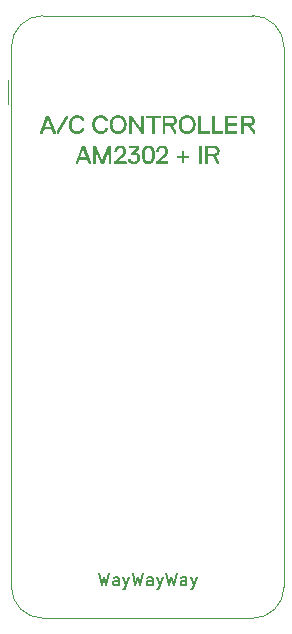
<source format=gbr>
%TF.GenerationSoftware,KiCad,Pcbnew,7.0.9*%
%TF.CreationDate,2023-12-25T10:03:32-05:00*%
%TF.ProjectId,pcb_ac_interface,7063625f-6163-45f6-996e-746572666163,rev?*%
%TF.SameCoordinates,Original*%
%TF.FileFunction,Legend,Top*%
%TF.FilePolarity,Positive*%
%FSLAX46Y46*%
G04 Gerber Fmt 4.6, Leading zero omitted, Abs format (unit mm)*
G04 Created by KiCad (PCBNEW 7.0.9) date 2023-12-25 10:03:32*
%MOMM*%
%LPD*%
G01*
G04 APERTURE LIST*
%ADD10C,0.127000*%
%ADD11C,0.200000*%
%ADD12C,0.120000*%
G04 APERTURE END LIST*
D10*
X135563428Y-110613056D02*
X135805333Y-111629056D01*
X135805333Y-111629056D02*
X135998857Y-110903342D01*
X135998857Y-110903342D02*
X136192381Y-111629056D01*
X136192381Y-111629056D02*
X136434286Y-110613056D01*
X137256762Y-111629056D02*
X137256762Y-111096866D01*
X137256762Y-111096866D02*
X137208381Y-111000104D01*
X137208381Y-111000104D02*
X137111619Y-110951723D01*
X137111619Y-110951723D02*
X136918095Y-110951723D01*
X136918095Y-110951723D02*
X136821333Y-111000104D01*
X137256762Y-111580676D02*
X137160000Y-111629056D01*
X137160000Y-111629056D02*
X136918095Y-111629056D01*
X136918095Y-111629056D02*
X136821333Y-111580676D01*
X136821333Y-111580676D02*
X136772952Y-111483914D01*
X136772952Y-111483914D02*
X136772952Y-111387152D01*
X136772952Y-111387152D02*
X136821333Y-111290390D01*
X136821333Y-111290390D02*
X136918095Y-111242009D01*
X136918095Y-111242009D02*
X137160000Y-111242009D01*
X137160000Y-111242009D02*
X137256762Y-111193628D01*
X137643809Y-110951723D02*
X137885714Y-111629056D01*
X138127619Y-110951723D02*
X137885714Y-111629056D01*
X137885714Y-111629056D02*
X137788952Y-111870961D01*
X137788952Y-111870961D02*
X137740571Y-111919342D01*
X137740571Y-111919342D02*
X137643809Y-111967723D01*
X138417904Y-110613056D02*
X138659809Y-111629056D01*
X138659809Y-111629056D02*
X138853333Y-110903342D01*
X138853333Y-110903342D02*
X139046857Y-111629056D01*
X139046857Y-111629056D02*
X139288762Y-110613056D01*
X140111238Y-111629056D02*
X140111238Y-111096866D01*
X140111238Y-111096866D02*
X140062857Y-111000104D01*
X140062857Y-111000104D02*
X139966095Y-110951723D01*
X139966095Y-110951723D02*
X139772571Y-110951723D01*
X139772571Y-110951723D02*
X139675809Y-111000104D01*
X140111238Y-111580676D02*
X140014476Y-111629056D01*
X140014476Y-111629056D02*
X139772571Y-111629056D01*
X139772571Y-111629056D02*
X139675809Y-111580676D01*
X139675809Y-111580676D02*
X139627428Y-111483914D01*
X139627428Y-111483914D02*
X139627428Y-111387152D01*
X139627428Y-111387152D02*
X139675809Y-111290390D01*
X139675809Y-111290390D02*
X139772571Y-111242009D01*
X139772571Y-111242009D02*
X140014476Y-111242009D01*
X140014476Y-111242009D02*
X140111238Y-111193628D01*
X140498285Y-110951723D02*
X140740190Y-111629056D01*
X140982095Y-110951723D02*
X140740190Y-111629056D01*
X140740190Y-111629056D02*
X140643428Y-111870961D01*
X140643428Y-111870961D02*
X140595047Y-111919342D01*
X140595047Y-111919342D02*
X140498285Y-111967723D01*
X141272380Y-110613056D02*
X141514285Y-111629056D01*
X141514285Y-111629056D02*
X141707809Y-110903342D01*
X141707809Y-110903342D02*
X141901333Y-111629056D01*
X141901333Y-111629056D02*
X142143238Y-110613056D01*
X142965714Y-111629056D02*
X142965714Y-111096866D01*
X142965714Y-111096866D02*
X142917333Y-111000104D01*
X142917333Y-111000104D02*
X142820571Y-110951723D01*
X142820571Y-110951723D02*
X142627047Y-110951723D01*
X142627047Y-110951723D02*
X142530285Y-111000104D01*
X142965714Y-111580676D02*
X142868952Y-111629056D01*
X142868952Y-111629056D02*
X142627047Y-111629056D01*
X142627047Y-111629056D02*
X142530285Y-111580676D01*
X142530285Y-111580676D02*
X142481904Y-111483914D01*
X142481904Y-111483914D02*
X142481904Y-111387152D01*
X142481904Y-111387152D02*
X142530285Y-111290390D01*
X142530285Y-111290390D02*
X142627047Y-111242009D01*
X142627047Y-111242009D02*
X142868952Y-111242009D01*
X142868952Y-111242009D02*
X142965714Y-111193628D01*
X143352761Y-110951723D02*
X143594666Y-111629056D01*
X143836571Y-110951723D02*
X143594666Y-111629056D01*
X143594666Y-111629056D02*
X143497904Y-111870961D01*
X143497904Y-111870961D02*
X143449523Y-111919342D01*
X143449523Y-111919342D02*
X143352761Y-111967723D01*
D11*
G36*
X131381119Y-71882762D02*
G01*
X131896652Y-73206025D01*
X131896652Y-73363849D01*
X131868363Y-73392511D01*
X131730267Y-73392511D01*
X131703839Y-73365710D01*
X131575793Y-73044107D01*
X131539687Y-73026240D01*
X130967203Y-73026240D01*
X130931097Y-73044107D01*
X130803052Y-73365710D01*
X130776624Y-73392511D01*
X130638528Y-73392511D01*
X130610238Y-73363849D01*
X130610238Y-73206025D01*
X130769785Y-72796205D01*
X131020804Y-72796205D01*
X131033460Y-72808860D01*
X131473431Y-72808860D01*
X131486086Y-72796205D01*
X131256051Y-72213298D01*
X131250840Y-72213298D01*
X131020804Y-72796205D01*
X130769785Y-72796205D01*
X131125399Y-71882762D01*
X131152200Y-71855961D01*
X131354691Y-71855961D01*
X131381119Y-71882762D01*
G37*
G36*
X132941863Y-72042819D02*
G01*
X132172099Y-73354544D01*
X132145671Y-73380600D01*
X132029164Y-73380600D01*
X132000875Y-73351938D01*
X132000875Y-73193742D01*
X132771011Y-71882017D01*
X132797067Y-71855961D01*
X132913574Y-71855961D01*
X132941863Y-71884623D01*
X132941863Y-72042819D01*
G37*
G36*
X133739915Y-73404422D02*
G01*
X133719187Y-73404209D01*
X133698737Y-73403571D01*
X133678565Y-73402508D01*
X133658671Y-73401020D01*
X133639056Y-73399106D01*
X133619720Y-73396767D01*
X133600662Y-73394002D01*
X133581882Y-73390812D01*
X133563381Y-73387197D01*
X133545158Y-73383157D01*
X133527214Y-73378691D01*
X133509548Y-73373801D01*
X133492161Y-73368484D01*
X133475052Y-73362743D01*
X133458221Y-73356576D01*
X133441669Y-73349984D01*
X133425396Y-73342966D01*
X133409401Y-73335524D01*
X133393684Y-73327656D01*
X133378245Y-73319362D01*
X133363086Y-73310644D01*
X133348204Y-73301500D01*
X133333601Y-73291931D01*
X133319277Y-73281936D01*
X133305231Y-73271517D01*
X133291463Y-73260671D01*
X133277974Y-73249401D01*
X133264763Y-73237705D01*
X133251831Y-73225584D01*
X133239177Y-73213038D01*
X133226801Y-73200067D01*
X133214704Y-73186670D01*
X133202956Y-73172930D01*
X133191581Y-73158932D01*
X133180579Y-73144673D01*
X133169950Y-73130155D01*
X133159694Y-73115378D01*
X133149811Y-73100341D01*
X133140300Y-73085044D01*
X133131163Y-73069488D01*
X133122399Y-73053673D01*
X133114007Y-73037598D01*
X133105989Y-73021263D01*
X133098343Y-73004669D01*
X133091071Y-72987815D01*
X133084171Y-72970702D01*
X133077644Y-72953329D01*
X133071490Y-72935696D01*
X133065710Y-72917804D01*
X133060302Y-72899653D01*
X133055267Y-72881242D01*
X133050605Y-72862571D01*
X133046316Y-72843641D01*
X133042400Y-72824452D01*
X133038857Y-72805002D01*
X133035687Y-72785294D01*
X133032890Y-72765325D01*
X133030466Y-72745098D01*
X133028414Y-72724610D01*
X133026736Y-72703863D01*
X133025431Y-72682857D01*
X133024498Y-72661591D01*
X133023939Y-72640065D01*
X133023752Y-72618280D01*
X133023939Y-72596495D01*
X133024498Y-72574970D01*
X133025431Y-72553704D01*
X133026736Y-72532698D01*
X133028414Y-72511951D01*
X133030466Y-72491463D01*
X133032890Y-72471236D01*
X133035687Y-72451267D01*
X133038857Y-72431559D01*
X133042400Y-72412109D01*
X133046316Y-72392920D01*
X133050605Y-72373990D01*
X133055267Y-72355319D01*
X133060302Y-72336908D01*
X133065710Y-72318757D01*
X133071490Y-72300865D01*
X133077644Y-72283232D01*
X133084171Y-72265859D01*
X133091071Y-72248746D01*
X133098343Y-72231892D01*
X133105989Y-72215298D01*
X133114007Y-72198963D01*
X133122399Y-72182888D01*
X133131163Y-72167073D01*
X133140300Y-72151517D01*
X133149811Y-72136220D01*
X133159694Y-72121183D01*
X133169950Y-72106406D01*
X133180579Y-72091888D01*
X133191581Y-72077629D01*
X133202956Y-72063630D01*
X133214704Y-72049891D01*
X133226801Y-72036494D01*
X133239177Y-72023523D01*
X133251831Y-72010976D01*
X133264763Y-71998856D01*
X133277974Y-71987160D01*
X133291463Y-71975889D01*
X133305231Y-71965044D01*
X133319277Y-71954625D01*
X133333601Y-71944630D01*
X133348204Y-71935061D01*
X133363086Y-71925917D01*
X133378245Y-71917198D01*
X133393684Y-71908905D01*
X133409401Y-71901037D01*
X133425396Y-71893594D01*
X133441669Y-71886577D01*
X133458221Y-71879985D01*
X133475052Y-71873818D01*
X133492161Y-71868077D01*
X133509548Y-71862760D01*
X133527214Y-71857869D01*
X133545158Y-71853404D01*
X133563381Y-71849363D01*
X133581882Y-71845748D01*
X133600662Y-71842559D01*
X133619720Y-71839794D01*
X133639056Y-71837455D01*
X133658671Y-71835541D01*
X133678565Y-71834053D01*
X133698737Y-71832990D01*
X133719187Y-71832352D01*
X133739915Y-71832139D01*
X133755554Y-71832265D01*
X133771015Y-71832642D01*
X133786300Y-71833271D01*
X133801408Y-71834151D01*
X133816340Y-71835283D01*
X133845673Y-71838302D01*
X133874300Y-71842326D01*
X133902220Y-71847357D01*
X133929433Y-71853394D01*
X133955939Y-71860438D01*
X133981739Y-71868487D01*
X134006832Y-71877543D01*
X134031219Y-71887604D01*
X134054899Y-71898672D01*
X134077872Y-71910746D01*
X134100139Y-71923827D01*
X134121699Y-71937913D01*
X134142553Y-71953006D01*
X134152714Y-71960929D01*
X134172372Y-71977345D01*
X134191054Y-71994395D01*
X134208758Y-72012078D01*
X134225484Y-72030396D01*
X134241234Y-72049347D01*
X134256007Y-72068933D01*
X134269803Y-72089152D01*
X134282621Y-72110006D01*
X134294463Y-72131493D01*
X134305327Y-72153614D01*
X134315214Y-72176370D01*
X134324124Y-72199759D01*
X134332057Y-72223782D01*
X134339013Y-72248439D01*
X134344992Y-72273730D01*
X134349994Y-72299655D01*
X134320588Y-72329061D01*
X134140431Y-72329061D01*
X134113630Y-72301888D01*
X134109113Y-72287470D01*
X134104121Y-72273436D01*
X134095745Y-72253105D01*
X134086302Y-72233637D01*
X134075793Y-72215033D01*
X134064217Y-72197293D01*
X134051575Y-72180416D01*
X134037866Y-72164403D01*
X134023091Y-72149254D01*
X134007249Y-72134968D01*
X133990341Y-72121546D01*
X133984468Y-72117264D01*
X133966253Y-72105157D01*
X133947064Y-72094241D01*
X133926899Y-72084516D01*
X133912914Y-72078694D01*
X133898497Y-72073402D01*
X133883645Y-72068638D01*
X133868361Y-72064404D01*
X133852643Y-72060700D01*
X133836492Y-72057524D01*
X133819907Y-72054878D01*
X133802890Y-72052761D01*
X133785439Y-72051173D01*
X133767554Y-72050114D01*
X133749237Y-72049585D01*
X133739915Y-72049519D01*
X133711661Y-72050121D01*
X133684221Y-72051927D01*
X133657595Y-72054937D01*
X133631784Y-72059150D01*
X133606786Y-72064568D01*
X133582603Y-72071190D01*
X133559235Y-72079015D01*
X133536680Y-72088044D01*
X133514940Y-72098278D01*
X133494014Y-72109715D01*
X133473902Y-72122356D01*
X133454604Y-72136201D01*
X133436121Y-72151250D01*
X133418452Y-72167503D01*
X133401597Y-72184960D01*
X133385556Y-72203621D01*
X133370456Y-72223299D01*
X133356331Y-72243809D01*
X133343179Y-72265151D01*
X133331002Y-72287325D01*
X133319799Y-72310330D01*
X133309570Y-72334167D01*
X133300315Y-72358836D01*
X133292034Y-72384336D01*
X133284728Y-72410668D01*
X133278396Y-72437832D01*
X133273038Y-72465828D01*
X133268654Y-72494655D01*
X133265244Y-72524314D01*
X133263905Y-72539455D01*
X133262809Y-72554804D01*
X133261956Y-72570361D01*
X133261348Y-72586127D01*
X133260982Y-72602100D01*
X133260860Y-72618280D01*
X133260982Y-72634439D01*
X133261348Y-72650391D01*
X133261956Y-72666136D01*
X133262809Y-72681675D01*
X133263905Y-72697008D01*
X133265244Y-72712134D01*
X133266827Y-72727053D01*
X133270724Y-72756273D01*
X133275595Y-72784667D01*
X133281440Y-72812235D01*
X133288259Y-72838977D01*
X133296053Y-72864893D01*
X133304821Y-72889984D01*
X133314562Y-72914248D01*
X133325279Y-72937687D01*
X133336969Y-72960300D01*
X133349633Y-72982086D01*
X133363272Y-73003047D01*
X133377885Y-73023182D01*
X133385556Y-73032940D01*
X133401597Y-73051601D01*
X133418452Y-73069058D01*
X133436121Y-73085311D01*
X133454604Y-73100360D01*
X133473902Y-73114205D01*
X133494014Y-73126846D01*
X133514940Y-73138283D01*
X133536680Y-73148517D01*
X133559235Y-73157546D01*
X133582603Y-73165371D01*
X133606786Y-73171993D01*
X133631784Y-73177411D01*
X133657595Y-73181624D01*
X133684221Y-73184634D01*
X133711661Y-73186440D01*
X133739915Y-73187042D01*
X133758220Y-73186774D01*
X133776096Y-73185972D01*
X133793543Y-73184634D01*
X133810563Y-73182761D01*
X133827154Y-73180353D01*
X133843317Y-73177411D01*
X133859052Y-73173933D01*
X133874359Y-73169920D01*
X133889237Y-73165371D01*
X133903688Y-73160288D01*
X133917710Y-73154670D01*
X133931304Y-73148517D01*
X133957207Y-73134605D01*
X133981397Y-73118552D01*
X134003875Y-73100360D01*
X134024639Y-73080027D01*
X134043691Y-73057554D01*
X134052575Y-73045515D01*
X134061030Y-73032940D01*
X134069058Y-73019831D01*
X134076657Y-73006187D01*
X134083827Y-72992007D01*
X134090570Y-72977293D01*
X134096884Y-72962043D01*
X134102770Y-72946258D01*
X134108228Y-72929938D01*
X134113258Y-72913084D01*
X134140431Y-72885911D01*
X134320588Y-72885911D01*
X134349994Y-72915317D01*
X134345058Y-72942082D01*
X134339182Y-72968220D01*
X134332367Y-72993729D01*
X134324613Y-73018610D01*
X134315919Y-73042862D01*
X134306287Y-73066487D01*
X134295714Y-73089484D01*
X134284203Y-73111852D01*
X134271752Y-73133593D01*
X134258362Y-73154705D01*
X134244033Y-73175189D01*
X134228765Y-73195045D01*
X134212557Y-73214273D01*
X134195410Y-73232872D01*
X134177323Y-73250844D01*
X134158298Y-73268187D01*
X134138386Y-73284684D01*
X134117644Y-73300117D01*
X134096069Y-73314486D01*
X134073663Y-73327790D01*
X134050425Y-73340030D01*
X134026355Y-73351205D01*
X134001454Y-73361316D01*
X133975721Y-73370363D01*
X133949156Y-73378346D01*
X133921760Y-73385264D01*
X133893531Y-73391118D01*
X133864472Y-73395907D01*
X133849630Y-73397903D01*
X133834580Y-73399632D01*
X133819323Y-73401096D01*
X133803857Y-73402293D01*
X133788183Y-73403225D01*
X133772302Y-73403890D01*
X133756213Y-73404289D01*
X133739915Y-73404422D01*
G37*
G36*
X135723136Y-73404422D02*
G01*
X135702407Y-73404209D01*
X135681957Y-73403571D01*
X135661785Y-73402508D01*
X135641892Y-73401020D01*
X135622277Y-73399106D01*
X135602941Y-73396767D01*
X135583883Y-73394002D01*
X135565103Y-73390812D01*
X135546602Y-73387197D01*
X135528379Y-73383157D01*
X135510435Y-73378691D01*
X135492769Y-73373801D01*
X135475382Y-73368484D01*
X135458273Y-73362743D01*
X135441442Y-73356576D01*
X135424890Y-73349984D01*
X135408616Y-73342966D01*
X135392621Y-73335524D01*
X135376904Y-73327656D01*
X135361466Y-73319362D01*
X135346306Y-73310644D01*
X135331425Y-73301500D01*
X135316822Y-73291931D01*
X135302497Y-73281936D01*
X135288451Y-73271517D01*
X135274684Y-73260671D01*
X135261194Y-73249401D01*
X135247984Y-73237705D01*
X135235051Y-73225584D01*
X135222398Y-73213038D01*
X135210022Y-73200067D01*
X135197925Y-73186670D01*
X135186177Y-73172930D01*
X135174802Y-73158932D01*
X135163800Y-73144673D01*
X135153171Y-73130155D01*
X135142915Y-73115378D01*
X135133031Y-73100341D01*
X135123521Y-73085044D01*
X135114384Y-73069488D01*
X135105619Y-73053673D01*
X135097228Y-73037598D01*
X135089209Y-73021263D01*
X135081564Y-73004669D01*
X135074291Y-72987815D01*
X135067392Y-72970702D01*
X135060865Y-72953329D01*
X135054711Y-72935696D01*
X135048930Y-72917804D01*
X135043523Y-72899653D01*
X135038488Y-72881242D01*
X135033826Y-72862571D01*
X135029537Y-72843641D01*
X135025621Y-72824452D01*
X135022078Y-72805002D01*
X135018908Y-72785294D01*
X135016110Y-72765325D01*
X135013686Y-72745098D01*
X135011635Y-72724610D01*
X135009957Y-72703863D01*
X135008651Y-72682857D01*
X135007719Y-72661591D01*
X135007160Y-72640065D01*
X135006973Y-72618280D01*
X135007160Y-72596495D01*
X135007719Y-72574970D01*
X135008651Y-72553704D01*
X135009957Y-72532698D01*
X135011635Y-72511951D01*
X135013686Y-72491463D01*
X135016110Y-72471236D01*
X135018908Y-72451267D01*
X135022078Y-72431559D01*
X135025621Y-72412109D01*
X135029537Y-72392920D01*
X135033826Y-72373990D01*
X135038488Y-72355319D01*
X135043523Y-72336908D01*
X135048930Y-72318757D01*
X135054711Y-72300865D01*
X135060865Y-72283232D01*
X135067392Y-72265859D01*
X135074291Y-72248746D01*
X135081564Y-72231892D01*
X135089209Y-72215298D01*
X135097228Y-72198963D01*
X135105619Y-72182888D01*
X135114384Y-72167073D01*
X135123521Y-72151517D01*
X135133031Y-72136220D01*
X135142915Y-72121183D01*
X135153171Y-72106406D01*
X135163800Y-72091888D01*
X135174802Y-72077629D01*
X135186177Y-72063630D01*
X135197925Y-72049891D01*
X135210022Y-72036494D01*
X135222398Y-72023523D01*
X135235051Y-72010976D01*
X135247984Y-71998856D01*
X135261194Y-71987160D01*
X135274684Y-71975889D01*
X135288451Y-71965044D01*
X135302497Y-71954625D01*
X135316822Y-71944630D01*
X135331425Y-71935061D01*
X135346306Y-71925917D01*
X135361466Y-71917198D01*
X135376904Y-71908905D01*
X135392621Y-71901037D01*
X135408616Y-71893594D01*
X135424890Y-71886577D01*
X135441442Y-71879985D01*
X135458273Y-71873818D01*
X135475382Y-71868077D01*
X135492769Y-71862760D01*
X135510435Y-71857869D01*
X135528379Y-71853404D01*
X135546602Y-71849363D01*
X135565103Y-71845748D01*
X135583883Y-71842559D01*
X135602941Y-71839794D01*
X135622277Y-71837455D01*
X135641892Y-71835541D01*
X135661785Y-71834053D01*
X135681957Y-71832990D01*
X135702407Y-71832352D01*
X135723136Y-71832139D01*
X135738774Y-71832265D01*
X135754236Y-71832642D01*
X135769521Y-71833271D01*
X135784629Y-71834151D01*
X135799561Y-71835283D01*
X135828894Y-71838302D01*
X135857520Y-71842326D01*
X135885440Y-71847357D01*
X135912653Y-71853394D01*
X135939160Y-71860438D01*
X135964960Y-71868487D01*
X135990053Y-71877543D01*
X136014440Y-71887604D01*
X136038120Y-71898672D01*
X136061093Y-71910746D01*
X136083360Y-71923827D01*
X136104920Y-71937913D01*
X136125773Y-71953006D01*
X136135935Y-71960929D01*
X136155593Y-71977345D01*
X136174274Y-71994395D01*
X136191978Y-72012078D01*
X136208705Y-72030396D01*
X136224455Y-72049347D01*
X136239228Y-72068933D01*
X136253023Y-72089152D01*
X136265842Y-72110006D01*
X136277683Y-72131493D01*
X136288548Y-72153614D01*
X136298435Y-72176370D01*
X136307345Y-72199759D01*
X136315278Y-72223782D01*
X136322234Y-72248439D01*
X136328213Y-72273730D01*
X136333215Y-72299655D01*
X136303809Y-72329061D01*
X136123651Y-72329061D01*
X136096851Y-72301888D01*
X136092334Y-72287470D01*
X136087342Y-72273436D01*
X136078966Y-72253105D01*
X136069523Y-72233637D01*
X136059014Y-72215033D01*
X136047438Y-72197293D01*
X136034796Y-72180416D01*
X136021087Y-72164403D01*
X136006312Y-72149254D01*
X135990470Y-72134968D01*
X135973562Y-72121546D01*
X135967689Y-72117264D01*
X135949474Y-72105157D01*
X135930284Y-72094241D01*
X135910120Y-72084516D01*
X135896135Y-72078694D01*
X135881717Y-72073402D01*
X135866866Y-72068638D01*
X135851581Y-72064404D01*
X135835864Y-72060700D01*
X135819712Y-72057524D01*
X135803128Y-72054878D01*
X135786110Y-72052761D01*
X135768659Y-72051173D01*
X135750775Y-72050114D01*
X135732457Y-72049585D01*
X135723136Y-72049519D01*
X135694882Y-72050121D01*
X135667442Y-72051927D01*
X135640816Y-72054937D01*
X135615004Y-72059150D01*
X135590007Y-72064568D01*
X135565824Y-72071190D01*
X135542455Y-72079015D01*
X135519901Y-72088044D01*
X135498160Y-72098278D01*
X135477234Y-72109715D01*
X135457122Y-72122356D01*
X135437825Y-72136201D01*
X135419341Y-72151250D01*
X135401672Y-72167503D01*
X135384818Y-72184960D01*
X135368777Y-72203621D01*
X135353677Y-72223299D01*
X135339551Y-72243809D01*
X135326400Y-72265151D01*
X135314223Y-72287325D01*
X135303019Y-72310330D01*
X135292790Y-72334167D01*
X135283536Y-72358836D01*
X135275255Y-72384336D01*
X135267949Y-72410668D01*
X135261616Y-72437832D01*
X135256258Y-72465828D01*
X135251875Y-72494655D01*
X135248465Y-72524314D01*
X135247125Y-72539455D01*
X135246030Y-72554804D01*
X135245177Y-72570361D01*
X135244568Y-72586127D01*
X135244203Y-72602100D01*
X135244081Y-72618280D01*
X135244203Y-72634439D01*
X135244568Y-72650391D01*
X135245177Y-72666136D01*
X135246030Y-72681675D01*
X135247125Y-72697008D01*
X135248465Y-72712134D01*
X135250048Y-72727053D01*
X135253945Y-72756273D01*
X135258816Y-72784667D01*
X135264661Y-72812235D01*
X135271480Y-72838977D01*
X135279274Y-72864893D01*
X135288041Y-72889984D01*
X135297783Y-72914248D01*
X135308499Y-72937687D01*
X135320189Y-72960300D01*
X135332854Y-72982086D01*
X135346492Y-73003047D01*
X135361105Y-73023182D01*
X135368777Y-73032940D01*
X135384818Y-73051601D01*
X135401672Y-73069058D01*
X135419341Y-73085311D01*
X135437825Y-73100360D01*
X135457122Y-73114205D01*
X135477234Y-73126846D01*
X135498160Y-73138283D01*
X135519901Y-73148517D01*
X135542455Y-73157546D01*
X135565824Y-73165371D01*
X135590007Y-73171993D01*
X135615004Y-73177411D01*
X135640816Y-73181624D01*
X135667442Y-73184634D01*
X135694882Y-73186440D01*
X135723136Y-73187042D01*
X135741440Y-73186774D01*
X135759316Y-73185972D01*
X135776764Y-73184634D01*
X135793783Y-73182761D01*
X135810375Y-73180353D01*
X135826538Y-73177411D01*
X135842273Y-73173933D01*
X135857580Y-73169920D01*
X135872458Y-73165371D01*
X135886908Y-73160288D01*
X135900930Y-73154670D01*
X135914524Y-73148517D01*
X135940427Y-73134605D01*
X135964618Y-73118552D01*
X135987095Y-73100360D01*
X136007860Y-73080027D01*
X136026912Y-73057554D01*
X136035796Y-73045515D01*
X136044251Y-73032940D01*
X136052278Y-73019831D01*
X136059877Y-73006187D01*
X136067048Y-72992007D01*
X136073791Y-72977293D01*
X136080105Y-72962043D01*
X136085991Y-72946258D01*
X136091449Y-72929938D01*
X136096479Y-72913084D01*
X136123651Y-72885911D01*
X136303809Y-72885911D01*
X136333215Y-72915317D01*
X136328278Y-72942082D01*
X136322403Y-72968220D01*
X136315588Y-72993729D01*
X136307834Y-73018610D01*
X136299140Y-73042862D01*
X136289507Y-73066487D01*
X136278935Y-73089484D01*
X136267424Y-73111852D01*
X136254973Y-73133593D01*
X136241583Y-73154705D01*
X136227254Y-73175189D01*
X136211985Y-73195045D01*
X136195777Y-73214273D01*
X136178630Y-73232872D01*
X136160544Y-73250844D01*
X136141518Y-73268187D01*
X136121607Y-73284684D01*
X136100864Y-73300117D01*
X136079290Y-73314486D01*
X136056883Y-73327790D01*
X136033645Y-73340030D01*
X136009576Y-73351205D01*
X135984674Y-73361316D01*
X135958941Y-73370363D01*
X135932377Y-73378346D01*
X135904980Y-73385264D01*
X135876752Y-73391118D01*
X135847692Y-73395907D01*
X135832851Y-73397903D01*
X135817801Y-73399632D01*
X135802543Y-73401096D01*
X135787078Y-73402293D01*
X135771404Y-73403225D01*
X135755523Y-73403890D01*
X135739433Y-73404289D01*
X135723136Y-73404422D01*
G37*
G36*
X137213412Y-71832352D02*
G01*
X137233859Y-71832990D01*
X137254026Y-71834053D01*
X137273911Y-71835541D01*
X137293517Y-71837455D01*
X137312841Y-71839794D01*
X137331885Y-71842559D01*
X137350648Y-71845748D01*
X137369131Y-71849363D01*
X137387333Y-71853404D01*
X137405254Y-71857869D01*
X137422895Y-71862760D01*
X137440255Y-71868077D01*
X137457335Y-71873818D01*
X137474134Y-71879985D01*
X137490652Y-71886577D01*
X137506889Y-71893594D01*
X137522846Y-71901037D01*
X137538523Y-71908905D01*
X137553919Y-71917198D01*
X137569034Y-71925917D01*
X137583868Y-71935061D01*
X137598422Y-71944630D01*
X137612695Y-71954625D01*
X137626688Y-71965044D01*
X137640400Y-71975889D01*
X137653831Y-71987160D01*
X137666982Y-71998856D01*
X137679852Y-72010976D01*
X137692442Y-72023523D01*
X137704751Y-72036494D01*
X137716779Y-72049891D01*
X137728504Y-72063630D01*
X137739857Y-72077629D01*
X137750838Y-72091888D01*
X137761446Y-72106406D01*
X137771682Y-72121183D01*
X137781546Y-72136220D01*
X137791038Y-72151517D01*
X137800158Y-72167073D01*
X137808905Y-72182888D01*
X137817280Y-72198963D01*
X137825283Y-72215298D01*
X137832914Y-72231892D01*
X137840172Y-72248746D01*
X137847058Y-72265859D01*
X137853572Y-72283232D01*
X137859714Y-72300865D01*
X137865483Y-72318757D01*
X137870881Y-72336908D01*
X137875906Y-72355319D01*
X137880559Y-72373990D01*
X137884839Y-72392920D01*
X137888748Y-72412109D01*
X137892284Y-72431559D01*
X137895448Y-72451267D01*
X137898239Y-72471236D01*
X137900659Y-72491463D01*
X137902706Y-72511951D01*
X137904381Y-72532698D01*
X137905684Y-72553704D01*
X137906614Y-72574970D01*
X137907173Y-72596495D01*
X137907359Y-72618280D01*
X137907173Y-72640065D01*
X137906614Y-72661591D01*
X137905684Y-72682857D01*
X137904381Y-72703863D01*
X137902706Y-72724610D01*
X137900659Y-72745098D01*
X137898239Y-72765325D01*
X137895448Y-72785294D01*
X137892284Y-72805002D01*
X137888748Y-72824452D01*
X137884839Y-72843641D01*
X137880559Y-72862571D01*
X137875906Y-72881242D01*
X137870881Y-72899653D01*
X137865483Y-72917804D01*
X137859714Y-72935696D01*
X137853572Y-72953329D01*
X137847058Y-72970702D01*
X137840172Y-72987815D01*
X137832914Y-73004669D01*
X137825283Y-73021263D01*
X137817280Y-73037598D01*
X137808905Y-73053673D01*
X137800158Y-73069488D01*
X137791038Y-73085044D01*
X137781546Y-73100341D01*
X137771682Y-73115378D01*
X137761446Y-73130155D01*
X137750838Y-73144673D01*
X137739857Y-73158932D01*
X137728504Y-73172930D01*
X137716779Y-73186670D01*
X137704751Y-73200067D01*
X137692442Y-73213038D01*
X137679852Y-73225584D01*
X137666982Y-73237705D01*
X137653831Y-73249401D01*
X137640400Y-73260671D01*
X137626688Y-73271517D01*
X137612695Y-73281936D01*
X137598422Y-73291931D01*
X137583868Y-73301500D01*
X137569034Y-73310644D01*
X137553919Y-73319362D01*
X137538523Y-73327656D01*
X137522846Y-73335524D01*
X137506889Y-73342966D01*
X137490652Y-73349984D01*
X137474134Y-73356576D01*
X137457335Y-73362743D01*
X137440255Y-73368484D01*
X137422895Y-73373801D01*
X137405254Y-73378691D01*
X137387333Y-73383157D01*
X137369131Y-73387197D01*
X137350648Y-73390812D01*
X137331885Y-73394002D01*
X137312841Y-73396767D01*
X137293517Y-73399106D01*
X137273911Y-73401020D01*
X137254026Y-73402508D01*
X137233859Y-73403571D01*
X137213412Y-73404209D01*
X137192685Y-73404422D01*
X137171980Y-73404209D01*
X137151554Y-73403571D01*
X137131407Y-73402508D01*
X137111539Y-73401020D01*
X137091951Y-73399106D01*
X137072642Y-73396767D01*
X137053612Y-73394002D01*
X137034861Y-73390812D01*
X137016389Y-73387197D01*
X136998197Y-73383157D01*
X136980283Y-73378691D01*
X136962649Y-73373801D01*
X136945294Y-73368484D01*
X136928218Y-73362743D01*
X136911421Y-73356576D01*
X136894904Y-73349984D01*
X136878666Y-73342966D01*
X136862706Y-73335524D01*
X136847026Y-73327656D01*
X136831625Y-73319362D01*
X136816504Y-73310644D01*
X136801661Y-73301500D01*
X136787098Y-73291931D01*
X136772814Y-73281936D01*
X136758809Y-73271517D01*
X136745083Y-73260671D01*
X136731636Y-73249401D01*
X136718469Y-73237705D01*
X136705580Y-73225584D01*
X136692971Y-73213038D01*
X136680641Y-73200067D01*
X136668590Y-73186670D01*
X136656865Y-73172930D01*
X136645512Y-73158932D01*
X136634532Y-73144673D01*
X136623923Y-73130155D01*
X136613687Y-73115378D01*
X136603823Y-73100341D01*
X136594331Y-73085044D01*
X136585212Y-73069488D01*
X136576464Y-73053673D01*
X136568089Y-73037598D01*
X136560087Y-73021263D01*
X136552456Y-73004669D01*
X136545197Y-72987815D01*
X136538311Y-72970702D01*
X136531797Y-72953329D01*
X136525656Y-72935696D01*
X136519886Y-72917804D01*
X136514489Y-72899653D01*
X136509464Y-72881242D01*
X136504811Y-72862571D01*
X136500530Y-72843641D01*
X136496622Y-72824452D01*
X136493086Y-72805002D01*
X136489922Y-72785294D01*
X136487130Y-72765325D01*
X136484711Y-72745098D01*
X136482663Y-72724610D01*
X136480988Y-72703863D01*
X136479686Y-72682857D01*
X136478755Y-72661591D01*
X136478197Y-72640065D01*
X136478011Y-72618280D01*
X136715119Y-72618280D01*
X136715240Y-72634439D01*
X136715604Y-72650391D01*
X136716211Y-72666136D01*
X136717061Y-72681675D01*
X136718154Y-72697008D01*
X136719489Y-72712134D01*
X136721068Y-72727053D01*
X136724953Y-72756273D01*
X136729809Y-72784667D01*
X136735637Y-72812235D01*
X136742436Y-72838977D01*
X136750206Y-72864893D01*
X136758948Y-72889984D01*
X136768660Y-72914248D01*
X136779344Y-72937687D01*
X136791000Y-72960300D01*
X136803626Y-72982086D01*
X136817224Y-73003047D01*
X136831793Y-73023182D01*
X136839442Y-73032940D01*
X136855435Y-73051601D01*
X136872239Y-73069058D01*
X136889854Y-73085311D01*
X136908281Y-73100360D01*
X136927519Y-73114205D01*
X136947568Y-73126846D01*
X136968429Y-73138283D01*
X136990101Y-73148517D01*
X137012584Y-73157546D01*
X137035879Y-73165371D01*
X137059985Y-73171993D01*
X137084902Y-73177411D01*
X137110631Y-73181624D01*
X137137171Y-73184634D01*
X137164522Y-73186440D01*
X137192685Y-73187042D01*
X137220846Y-73186440D01*
X137248193Y-73184634D01*
X137274726Y-73181624D01*
X137300444Y-73177411D01*
X137325348Y-73171993D01*
X137349438Y-73165371D01*
X137372714Y-73157546D01*
X137395176Y-73148517D01*
X137416823Y-73138283D01*
X137437656Y-73126846D01*
X137457675Y-73114205D01*
X137476879Y-73100360D01*
X137495270Y-73085311D01*
X137512846Y-73069058D01*
X137529608Y-73051601D01*
X137545555Y-73032940D01*
X137560655Y-73013218D01*
X137574781Y-72992670D01*
X137587932Y-72971296D01*
X137600110Y-72949096D01*
X137611313Y-72926071D01*
X137621542Y-72902219D01*
X137630796Y-72877542D01*
X137639077Y-72852038D01*
X137646383Y-72825709D01*
X137652716Y-72798554D01*
X137658074Y-72770573D01*
X137662457Y-72741766D01*
X137665867Y-72712134D01*
X137667207Y-72697008D01*
X137668302Y-72681675D01*
X137669155Y-72666136D01*
X137669764Y-72650391D01*
X137670129Y-72634439D01*
X137670251Y-72618280D01*
X137670129Y-72602100D01*
X137669764Y-72586127D01*
X137669155Y-72570361D01*
X137668302Y-72554804D01*
X137667207Y-72539455D01*
X137665867Y-72524314D01*
X137664284Y-72509380D01*
X137660387Y-72480137D01*
X137655516Y-72451726D01*
X137649671Y-72424146D01*
X137642852Y-72397398D01*
X137635058Y-72371482D01*
X137626291Y-72346398D01*
X137616549Y-72322145D01*
X137605833Y-72298724D01*
X137594143Y-72276134D01*
X137581478Y-72254376D01*
X137567840Y-72233450D01*
X137553227Y-72213356D01*
X137545555Y-72203621D01*
X137529608Y-72184960D01*
X137512846Y-72167503D01*
X137495270Y-72151250D01*
X137476879Y-72136201D01*
X137457675Y-72122356D01*
X137437656Y-72109715D01*
X137416823Y-72098278D01*
X137395176Y-72088044D01*
X137372714Y-72079015D01*
X137349438Y-72071190D01*
X137325348Y-72064568D01*
X137300444Y-72059150D01*
X137274726Y-72054937D01*
X137248193Y-72051927D01*
X137220846Y-72050121D01*
X137192685Y-72049519D01*
X137164522Y-72050121D01*
X137137171Y-72051927D01*
X137110631Y-72054937D01*
X137084902Y-72059150D01*
X137059985Y-72064568D01*
X137035879Y-72071190D01*
X137012584Y-72079015D01*
X136990101Y-72088044D01*
X136968429Y-72098278D01*
X136947568Y-72109715D01*
X136927519Y-72122356D01*
X136908281Y-72136201D01*
X136889854Y-72151250D01*
X136872239Y-72167503D01*
X136855435Y-72184960D01*
X136839442Y-72203621D01*
X136824387Y-72223299D01*
X136810304Y-72243809D01*
X136797192Y-72265151D01*
X136785051Y-72287325D01*
X136773881Y-72310330D01*
X136763683Y-72334167D01*
X136754455Y-72358836D01*
X136746200Y-72384336D01*
X136738915Y-72410668D01*
X136732602Y-72437832D01*
X136727260Y-72465828D01*
X136722889Y-72494655D01*
X136719489Y-72524314D01*
X136718154Y-72539455D01*
X136717061Y-72554804D01*
X136716211Y-72570361D01*
X136715604Y-72586127D01*
X136715240Y-72602100D01*
X136715119Y-72618280D01*
X136478011Y-72618280D01*
X136478197Y-72596495D01*
X136478755Y-72574970D01*
X136479686Y-72553704D01*
X136480988Y-72532698D01*
X136482663Y-72511951D01*
X136484711Y-72491463D01*
X136487130Y-72471236D01*
X136489922Y-72451267D01*
X136493086Y-72431559D01*
X136496622Y-72412109D01*
X136500530Y-72392920D01*
X136504811Y-72373990D01*
X136509464Y-72355319D01*
X136514489Y-72336908D01*
X136519886Y-72318757D01*
X136525656Y-72300865D01*
X136531797Y-72283232D01*
X136538311Y-72265859D01*
X136545197Y-72248746D01*
X136552456Y-72231892D01*
X136560087Y-72215298D01*
X136568089Y-72198963D01*
X136576464Y-72182888D01*
X136585212Y-72167073D01*
X136594331Y-72151517D01*
X136603823Y-72136220D01*
X136613687Y-72121183D01*
X136623923Y-72106406D01*
X136634532Y-72091888D01*
X136645512Y-72077629D01*
X136656865Y-72063630D01*
X136668590Y-72049891D01*
X136680641Y-72036494D01*
X136692971Y-72023523D01*
X136705580Y-72010976D01*
X136718469Y-71998856D01*
X136731636Y-71987160D01*
X136745083Y-71975889D01*
X136758809Y-71965044D01*
X136772814Y-71954625D01*
X136787098Y-71944630D01*
X136801661Y-71935061D01*
X136816504Y-71925917D01*
X136831625Y-71917198D01*
X136847026Y-71908905D01*
X136862706Y-71901037D01*
X136878666Y-71893594D01*
X136894904Y-71886577D01*
X136911421Y-71879985D01*
X136928218Y-71873818D01*
X136945294Y-71868077D01*
X136962649Y-71862760D01*
X136980283Y-71857869D01*
X136998197Y-71853404D01*
X137016389Y-71849363D01*
X137034861Y-71845748D01*
X137053612Y-71842559D01*
X137072642Y-71839794D01*
X137091951Y-71837455D01*
X137111539Y-71835541D01*
X137131407Y-71834053D01*
X137151554Y-71832990D01*
X137171980Y-71832352D01*
X137192685Y-71832139D01*
X137213412Y-71832352D01*
G37*
G36*
X139366485Y-73351938D02*
G01*
X139338196Y-73380600D01*
X139138311Y-73380600D01*
X139090293Y-73356405D01*
X138367803Y-72244193D01*
X138364825Y-72244193D01*
X138364825Y-73351938D01*
X138336536Y-73380600D01*
X138156006Y-73380600D01*
X138127717Y-73351938D01*
X138127717Y-71884623D01*
X138156006Y-71855961D01*
X138355891Y-71855961D01*
X138403536Y-71880156D01*
X139126399Y-72992368D01*
X139129377Y-72992368D01*
X139129377Y-71884623D01*
X139157666Y-71855961D01*
X139338196Y-71855961D01*
X139366485Y-71884623D01*
X139366485Y-73351938D01*
G37*
G36*
X140780944Y-72044680D02*
G01*
X140753400Y-72073341D01*
X140317523Y-72073341D01*
X140303378Y-72087858D01*
X140303378Y-73354916D01*
X140275089Y-73383577D01*
X140094559Y-73383577D01*
X140066270Y-73354916D01*
X140066270Y-72087858D01*
X140051753Y-72073341D01*
X139594660Y-72073341D01*
X139565998Y-72044680D01*
X139565998Y-71884623D01*
X139594660Y-71855961D01*
X140753400Y-71855961D01*
X140780944Y-71884623D01*
X140780944Y-72044680D01*
G37*
G36*
X141684352Y-71856386D02*
G01*
X141712591Y-71857660D01*
X141740023Y-71859783D01*
X141766646Y-71862755D01*
X141792460Y-71866576D01*
X141817466Y-71871246D01*
X141841664Y-71876765D01*
X141865053Y-71883134D01*
X141887634Y-71890352D01*
X141909406Y-71898418D01*
X141930370Y-71907334D01*
X141950525Y-71917100D01*
X141969872Y-71927714D01*
X141988411Y-71939177D01*
X142006141Y-71951490D01*
X142023063Y-71964651D01*
X142039064Y-71978691D01*
X142054033Y-71993639D01*
X142067970Y-72009493D01*
X142080874Y-72026255D01*
X142092746Y-72043924D01*
X142103586Y-72062500D01*
X142113393Y-72081984D01*
X142122168Y-72102375D01*
X142129911Y-72123673D01*
X142136621Y-72145879D01*
X142142299Y-72168992D01*
X142146944Y-72193012D01*
X142150558Y-72217940D01*
X142153138Y-72243774D01*
X142154687Y-72270517D01*
X142155203Y-72298166D01*
X142154860Y-72319940D01*
X142153831Y-72341152D01*
X142152115Y-72361804D01*
X142149713Y-72381894D01*
X142146624Y-72401422D01*
X142142850Y-72420390D01*
X142138389Y-72438796D01*
X142133242Y-72456641D01*
X142127408Y-72473925D01*
X142120889Y-72490648D01*
X142113682Y-72506809D01*
X142105790Y-72522409D01*
X142097211Y-72537448D01*
X142087947Y-72551925D01*
X142077995Y-72565842D01*
X142067358Y-72579197D01*
X142056203Y-72591945D01*
X142044605Y-72604136D01*
X142032566Y-72615768D01*
X142020085Y-72626842D01*
X142007162Y-72637357D01*
X141993797Y-72647314D01*
X141979989Y-72656713D01*
X141965740Y-72665553D01*
X141951049Y-72673835D01*
X141935915Y-72681559D01*
X141920340Y-72688724D01*
X141904323Y-72695331D01*
X141887863Y-72701380D01*
X141870962Y-72706870D01*
X141853619Y-72711802D01*
X141835833Y-72716176D01*
X141835833Y-72725109D01*
X142133986Y-73196720D01*
X142133986Y-73354916D01*
X142105697Y-73383577D01*
X142012268Y-73383577D01*
X141964996Y-73359383D01*
X141583092Y-72759354D01*
X141545869Y-72740371D01*
X141215332Y-72740371D01*
X141201188Y-72754887D01*
X141201188Y-73354916D01*
X141172898Y-73383577D01*
X140992369Y-73383577D01*
X140964080Y-73354916D01*
X140964080Y-72508474D01*
X141201188Y-72508474D01*
X141215332Y-72522991D01*
X141654931Y-72522991D01*
X141672075Y-72522790D01*
X141688612Y-72522188D01*
X141704541Y-72521185D01*
X141719861Y-72519780D01*
X141741703Y-72516921D01*
X141762177Y-72513159D01*
X141781284Y-72508493D01*
X141799023Y-72502925D01*
X141815395Y-72496454D01*
X141830400Y-72489080D01*
X141844036Y-72480803D01*
X141856306Y-72471623D01*
X141867348Y-72461310D01*
X141877304Y-72449774D01*
X141886175Y-72437014D01*
X141893959Y-72423030D01*
X141900656Y-72407823D01*
X141906268Y-72391393D01*
X141910794Y-72373738D01*
X141914233Y-72354861D01*
X141916587Y-72334759D01*
X141917854Y-72313435D01*
X141918095Y-72298538D01*
X141917854Y-72283597D01*
X141916587Y-72262210D01*
X141914233Y-72242053D01*
X141910794Y-72223126D01*
X141906268Y-72205429D01*
X141900656Y-72188963D01*
X141893959Y-72173726D01*
X141886175Y-72159720D01*
X141877304Y-72146943D01*
X141867348Y-72135397D01*
X141856306Y-72125081D01*
X141844036Y-72115834D01*
X141830400Y-72107498D01*
X141815395Y-72100070D01*
X141799023Y-72093552D01*
X141781284Y-72087944D01*
X141762177Y-72083245D01*
X141741703Y-72079455D01*
X141719861Y-72076575D01*
X141704541Y-72075160D01*
X141688612Y-72074150D01*
X141672075Y-72073544D01*
X141654931Y-72073341D01*
X141215332Y-72073341D01*
X141201188Y-72087858D01*
X141201188Y-72508474D01*
X140964080Y-72508474D01*
X140964080Y-71884623D01*
X140992369Y-71855961D01*
X141655303Y-71855961D01*
X141684352Y-71856386D01*
G37*
G36*
X143057362Y-71832352D02*
G01*
X143077809Y-71832990D01*
X143097976Y-71834053D01*
X143117861Y-71835541D01*
X143137466Y-71837455D01*
X143156791Y-71839794D01*
X143175835Y-71842559D01*
X143194598Y-71845748D01*
X143213081Y-71849363D01*
X143231283Y-71853404D01*
X143249204Y-71857869D01*
X143266845Y-71862760D01*
X143284205Y-71868077D01*
X143301284Y-71873818D01*
X143318083Y-71879985D01*
X143334602Y-71886577D01*
X143350839Y-71893594D01*
X143366796Y-71901037D01*
X143382473Y-71908905D01*
X143397868Y-71917198D01*
X143412983Y-71925917D01*
X143427818Y-71935061D01*
X143442372Y-71944630D01*
X143456645Y-71954625D01*
X143470638Y-71965044D01*
X143484350Y-71975889D01*
X143497781Y-71987160D01*
X143510932Y-71998856D01*
X143523802Y-72010976D01*
X143536392Y-72023523D01*
X143548701Y-72036494D01*
X143560729Y-72049891D01*
X143572454Y-72063630D01*
X143583807Y-72077629D01*
X143594788Y-72091888D01*
X143605396Y-72106406D01*
X143615632Y-72121183D01*
X143625496Y-72136220D01*
X143634988Y-72151517D01*
X143644108Y-72167073D01*
X143652855Y-72182888D01*
X143661230Y-72198963D01*
X143669233Y-72215298D01*
X143676863Y-72231892D01*
X143684122Y-72248746D01*
X143691008Y-72265859D01*
X143697522Y-72283232D01*
X143703664Y-72300865D01*
X143709433Y-72318757D01*
X143714830Y-72336908D01*
X143719856Y-72355319D01*
X143724508Y-72373990D01*
X143728789Y-72392920D01*
X143732697Y-72412109D01*
X143736233Y-72431559D01*
X143739397Y-72451267D01*
X143742189Y-72471236D01*
X143744609Y-72491463D01*
X143746656Y-72511951D01*
X143748331Y-72532698D01*
X143749634Y-72553704D01*
X143750564Y-72574970D01*
X143751123Y-72596495D01*
X143751309Y-72618280D01*
X143751123Y-72640065D01*
X143750564Y-72661591D01*
X143749634Y-72682857D01*
X143748331Y-72703863D01*
X143746656Y-72724610D01*
X143744609Y-72745098D01*
X143742189Y-72765325D01*
X143739397Y-72785294D01*
X143736233Y-72805002D01*
X143732697Y-72824452D01*
X143728789Y-72843641D01*
X143724508Y-72862571D01*
X143719856Y-72881242D01*
X143714830Y-72899653D01*
X143709433Y-72917804D01*
X143703664Y-72935696D01*
X143697522Y-72953329D01*
X143691008Y-72970702D01*
X143684122Y-72987815D01*
X143676863Y-73004669D01*
X143669233Y-73021263D01*
X143661230Y-73037598D01*
X143652855Y-73053673D01*
X143644108Y-73069488D01*
X143634988Y-73085044D01*
X143625496Y-73100341D01*
X143615632Y-73115378D01*
X143605396Y-73130155D01*
X143594788Y-73144673D01*
X143583807Y-73158932D01*
X143572454Y-73172930D01*
X143560729Y-73186670D01*
X143548701Y-73200067D01*
X143536392Y-73213038D01*
X143523802Y-73225584D01*
X143510932Y-73237705D01*
X143497781Y-73249401D01*
X143484350Y-73260671D01*
X143470638Y-73271517D01*
X143456645Y-73281936D01*
X143442372Y-73291931D01*
X143427818Y-73301500D01*
X143412983Y-73310644D01*
X143397868Y-73319362D01*
X143382473Y-73327656D01*
X143366796Y-73335524D01*
X143350839Y-73342966D01*
X143334602Y-73349984D01*
X143318083Y-73356576D01*
X143301284Y-73362743D01*
X143284205Y-73368484D01*
X143266845Y-73373801D01*
X143249204Y-73378691D01*
X143231283Y-73383157D01*
X143213081Y-73387197D01*
X143194598Y-73390812D01*
X143175835Y-73394002D01*
X143156791Y-73396767D01*
X143137466Y-73399106D01*
X143117861Y-73401020D01*
X143097976Y-73402508D01*
X143077809Y-73403571D01*
X143057362Y-73404209D01*
X143036635Y-73404422D01*
X143015929Y-73404209D01*
X142995504Y-73403571D01*
X142975357Y-73402508D01*
X142955489Y-73401020D01*
X142935901Y-73399106D01*
X142916592Y-73396767D01*
X142897562Y-73394002D01*
X142878811Y-73390812D01*
X142860339Y-73387197D01*
X142842146Y-73383157D01*
X142824233Y-73378691D01*
X142806599Y-73373801D01*
X142789244Y-73368484D01*
X142772168Y-73362743D01*
X142755371Y-73356576D01*
X142738854Y-73349984D01*
X142722615Y-73342966D01*
X142706656Y-73335524D01*
X142690976Y-73327656D01*
X142675575Y-73319362D01*
X142660454Y-73310644D01*
X142645611Y-73301500D01*
X142631048Y-73291931D01*
X142616763Y-73281936D01*
X142602758Y-73271517D01*
X142589033Y-73260671D01*
X142575586Y-73249401D01*
X142562418Y-73237705D01*
X142549530Y-73225584D01*
X142536921Y-73213038D01*
X142524591Y-73200067D01*
X142512540Y-73186670D01*
X142500815Y-73172930D01*
X142489462Y-73158932D01*
X142478481Y-73144673D01*
X142467873Y-73130155D01*
X142457637Y-73115378D01*
X142447773Y-73100341D01*
X142438281Y-73085044D01*
X142429162Y-73069488D01*
X142420414Y-73053673D01*
X142412039Y-73037598D01*
X142404036Y-73021263D01*
X142396406Y-73004669D01*
X142389147Y-72987815D01*
X142382261Y-72970702D01*
X142375747Y-72953329D01*
X142369605Y-72935696D01*
X142363836Y-72917804D01*
X142358439Y-72899653D01*
X142353414Y-72881242D01*
X142348761Y-72862571D01*
X142344480Y-72843641D01*
X142340572Y-72824452D01*
X142337036Y-72805002D01*
X142333872Y-72785294D01*
X142331080Y-72765325D01*
X142328660Y-72745098D01*
X142326613Y-72724610D01*
X142324938Y-72703863D01*
X142323635Y-72682857D01*
X142322705Y-72661591D01*
X142322147Y-72640065D01*
X142321960Y-72618280D01*
X142559068Y-72618280D01*
X142559190Y-72634439D01*
X142559554Y-72650391D01*
X142560161Y-72666136D01*
X142561011Y-72681675D01*
X142562104Y-72697008D01*
X142563439Y-72712134D01*
X142565018Y-72727053D01*
X142568903Y-72756273D01*
X142573759Y-72784667D01*
X142579587Y-72812235D01*
X142586386Y-72838977D01*
X142594156Y-72864893D01*
X142602897Y-72889984D01*
X142612610Y-72914248D01*
X142623294Y-72937687D01*
X142634950Y-72960300D01*
X142647576Y-72982086D01*
X142661174Y-73003047D01*
X142675743Y-73023182D01*
X142683392Y-73032940D01*
X142699385Y-73051601D01*
X142716189Y-73069058D01*
X142733804Y-73085311D01*
X142752231Y-73100360D01*
X142771469Y-73114205D01*
X142791518Y-73126846D01*
X142812378Y-73138283D01*
X142834050Y-73148517D01*
X142856534Y-73157546D01*
X142879828Y-73165371D01*
X142903934Y-73171993D01*
X142928852Y-73177411D01*
X142954580Y-73181624D01*
X142981120Y-73184634D01*
X143008472Y-73186440D01*
X143036635Y-73187042D01*
X143064796Y-73186440D01*
X143092143Y-73184634D01*
X143118675Y-73181624D01*
X143144394Y-73177411D01*
X143169298Y-73171993D01*
X143193388Y-73165371D01*
X143216664Y-73157546D01*
X143239126Y-73148517D01*
X143260773Y-73138283D01*
X143281606Y-73126846D01*
X143301625Y-73114205D01*
X143320829Y-73100360D01*
X143339219Y-73085311D01*
X143356796Y-73069058D01*
X143373557Y-73051601D01*
X143389505Y-73032940D01*
X143404605Y-73013218D01*
X143418730Y-72992670D01*
X143431882Y-72971296D01*
X143444059Y-72949096D01*
X143455262Y-72926071D01*
X143465491Y-72902219D01*
X143474746Y-72877542D01*
X143483027Y-72852038D01*
X143490333Y-72825709D01*
X143496665Y-72798554D01*
X143502023Y-72770573D01*
X143506407Y-72741766D01*
X143509817Y-72712134D01*
X143511156Y-72697008D01*
X143512252Y-72681675D01*
X143513105Y-72666136D01*
X143513714Y-72650391D01*
X143514079Y-72634439D01*
X143514201Y-72618280D01*
X143514079Y-72602100D01*
X143513714Y-72586127D01*
X143513105Y-72570361D01*
X143512252Y-72554804D01*
X143511156Y-72539455D01*
X143509817Y-72524314D01*
X143508234Y-72509380D01*
X143504337Y-72480137D01*
X143499466Y-72451726D01*
X143493621Y-72424146D01*
X143486802Y-72397398D01*
X143479008Y-72371482D01*
X143470240Y-72346398D01*
X143460499Y-72322145D01*
X143449783Y-72298724D01*
X143438092Y-72276134D01*
X143425428Y-72254376D01*
X143411789Y-72233450D01*
X143397177Y-72213356D01*
X143389505Y-72203621D01*
X143373557Y-72184960D01*
X143356796Y-72167503D01*
X143339219Y-72151250D01*
X143320829Y-72136201D01*
X143301625Y-72122356D01*
X143281606Y-72109715D01*
X143260773Y-72098278D01*
X143239126Y-72088044D01*
X143216664Y-72079015D01*
X143193388Y-72071190D01*
X143169298Y-72064568D01*
X143144394Y-72059150D01*
X143118675Y-72054937D01*
X143092143Y-72051927D01*
X143064796Y-72050121D01*
X143036635Y-72049519D01*
X143008472Y-72050121D01*
X142981120Y-72051927D01*
X142954580Y-72054937D01*
X142928852Y-72059150D01*
X142903934Y-72064568D01*
X142879828Y-72071190D01*
X142856534Y-72079015D01*
X142834050Y-72088044D01*
X142812378Y-72098278D01*
X142791518Y-72109715D01*
X142771469Y-72122356D01*
X142752231Y-72136201D01*
X142733804Y-72151250D01*
X142716189Y-72167503D01*
X142699385Y-72184960D01*
X142683392Y-72203621D01*
X142668337Y-72223299D01*
X142654254Y-72243809D01*
X142641141Y-72265151D01*
X142629000Y-72287325D01*
X142617831Y-72310330D01*
X142607632Y-72334167D01*
X142598405Y-72358836D01*
X142590149Y-72384336D01*
X142582865Y-72410668D01*
X142576551Y-72437832D01*
X142571209Y-72465828D01*
X142566839Y-72494655D01*
X142563439Y-72524314D01*
X142562104Y-72539455D01*
X142561011Y-72554804D01*
X142560161Y-72570361D01*
X142559554Y-72586127D01*
X142559190Y-72602100D01*
X142559068Y-72618280D01*
X142321960Y-72618280D01*
X142322147Y-72596495D01*
X142322705Y-72574970D01*
X142323635Y-72553704D01*
X142324938Y-72532698D01*
X142326613Y-72511951D01*
X142328660Y-72491463D01*
X142331080Y-72471236D01*
X142333872Y-72451267D01*
X142337036Y-72431559D01*
X142340572Y-72412109D01*
X142344480Y-72392920D01*
X142348761Y-72373990D01*
X142353414Y-72355319D01*
X142358439Y-72336908D01*
X142363836Y-72318757D01*
X142369605Y-72300865D01*
X142375747Y-72283232D01*
X142382261Y-72265859D01*
X142389147Y-72248746D01*
X142396406Y-72231892D01*
X142404036Y-72215298D01*
X142412039Y-72198963D01*
X142420414Y-72182888D01*
X142429162Y-72167073D01*
X142438281Y-72151517D01*
X142447773Y-72136220D01*
X142457637Y-72121183D01*
X142467873Y-72106406D01*
X142478481Y-72091888D01*
X142489462Y-72077629D01*
X142500815Y-72063630D01*
X142512540Y-72049891D01*
X142524591Y-72036494D01*
X142536921Y-72023523D01*
X142549530Y-72010976D01*
X142562418Y-71998856D01*
X142575586Y-71987160D01*
X142589033Y-71975889D01*
X142602758Y-71965044D01*
X142616763Y-71954625D01*
X142631048Y-71944630D01*
X142645611Y-71935061D01*
X142660454Y-71925917D01*
X142675575Y-71917198D01*
X142690976Y-71908905D01*
X142706656Y-71901037D01*
X142722615Y-71893594D01*
X142738854Y-71886577D01*
X142755371Y-71879985D01*
X142772168Y-71873818D01*
X142789244Y-71868077D01*
X142806599Y-71862760D01*
X142824233Y-71857869D01*
X142842146Y-71853404D01*
X142860339Y-71849363D01*
X142878811Y-71845748D01*
X142897562Y-71842559D01*
X142916592Y-71839794D01*
X142935901Y-71837455D01*
X142955489Y-71835541D01*
X142975357Y-71834053D01*
X142995504Y-71832990D01*
X143015929Y-71832352D01*
X143036635Y-71832139D01*
X143057362Y-71832352D01*
G37*
G36*
X144960299Y-73354916D02*
G01*
X144931638Y-73383577D01*
X143999956Y-73383577D01*
X143971666Y-73354916D01*
X143971666Y-71884623D01*
X143999956Y-71855961D01*
X144180485Y-71855961D01*
X144208775Y-71884623D01*
X144208775Y-73151680D01*
X144223291Y-73166197D01*
X144931638Y-73166197D01*
X144960299Y-73194859D01*
X144960299Y-73354916D01*
G37*
G36*
X146111222Y-73354916D02*
G01*
X146082561Y-73383577D01*
X145150879Y-73383577D01*
X145122590Y-73354916D01*
X145122590Y-71884623D01*
X145150879Y-71855961D01*
X145331408Y-71855961D01*
X145359698Y-71884623D01*
X145359698Y-73151680D01*
X145374214Y-73166197D01*
X146082561Y-73166197D01*
X146111222Y-73194859D01*
X146111222Y-73354916D01*
G37*
G36*
X147297879Y-73354544D02*
G01*
X147273684Y-73383577D01*
X146301802Y-73383577D01*
X146273513Y-73354916D01*
X146273513Y-71884623D01*
X146301802Y-71855961D01*
X147273684Y-71855961D01*
X147297879Y-71884995D01*
X147297879Y-72044308D01*
X147273684Y-72073341D01*
X146525138Y-72073341D01*
X146510621Y-72087858D01*
X146510621Y-72484651D01*
X146525138Y-72499168D01*
X147233484Y-72499168D01*
X147262145Y-72527830D01*
X147262145Y-72687887D01*
X147233484Y-72716548D01*
X146525138Y-72716548D01*
X146510621Y-72731065D01*
X146510621Y-73151680D01*
X146525138Y-73166197D01*
X147273684Y-73166197D01*
X147297879Y-73195231D01*
X147297879Y-73354544D01*
G37*
G36*
X148295087Y-71856386D02*
G01*
X148323327Y-71857660D01*
X148350758Y-71859783D01*
X148377381Y-71862755D01*
X148403196Y-71866576D01*
X148428202Y-71871246D01*
X148452399Y-71876765D01*
X148475788Y-71883134D01*
X148498369Y-71890352D01*
X148520141Y-71898418D01*
X148541105Y-71907334D01*
X148561261Y-71917100D01*
X148580608Y-71927714D01*
X148599146Y-71939177D01*
X148616877Y-71951490D01*
X148633798Y-71964651D01*
X148649800Y-71978691D01*
X148664769Y-71993639D01*
X148678705Y-72009493D01*
X148691610Y-72026255D01*
X148703482Y-72043924D01*
X148714321Y-72062500D01*
X148724129Y-72081984D01*
X148732904Y-72102375D01*
X148740646Y-72123673D01*
X148747356Y-72145879D01*
X148753034Y-72168992D01*
X148757680Y-72193012D01*
X148761293Y-72217940D01*
X148763874Y-72243774D01*
X148765422Y-72270517D01*
X148765939Y-72298166D01*
X148765596Y-72319940D01*
X148764566Y-72341152D01*
X148762850Y-72361804D01*
X148760448Y-72381894D01*
X148757360Y-72401422D01*
X148753585Y-72420390D01*
X148749124Y-72438796D01*
X148743977Y-72456641D01*
X148738144Y-72473925D01*
X148731624Y-72490648D01*
X148724418Y-72506809D01*
X148716526Y-72522409D01*
X148707947Y-72537448D01*
X148698682Y-72551925D01*
X148688731Y-72565842D01*
X148678093Y-72579197D01*
X148666938Y-72591945D01*
X148655341Y-72604136D01*
X148643302Y-72615768D01*
X148630821Y-72626842D01*
X148617897Y-72637357D01*
X148604532Y-72647314D01*
X148590725Y-72656713D01*
X148576476Y-72665553D01*
X148561784Y-72673835D01*
X148546651Y-72681559D01*
X148531076Y-72688724D01*
X148515058Y-72695331D01*
X148498599Y-72701380D01*
X148481697Y-72706870D01*
X148464354Y-72711802D01*
X148446569Y-72716176D01*
X148446569Y-72725109D01*
X148744722Y-73196720D01*
X148744722Y-73354916D01*
X148716433Y-73383577D01*
X148623004Y-73383577D01*
X148575731Y-73359383D01*
X148193827Y-72759354D01*
X148156605Y-72740371D01*
X147826068Y-72740371D01*
X147811923Y-72754887D01*
X147811923Y-73354916D01*
X147783634Y-73383577D01*
X147603104Y-73383577D01*
X147574815Y-73354916D01*
X147574815Y-72508474D01*
X147811923Y-72508474D01*
X147826068Y-72522991D01*
X148265667Y-72522991D01*
X148282811Y-72522790D01*
X148299347Y-72522188D01*
X148315276Y-72521185D01*
X148330597Y-72519780D01*
X148352439Y-72516921D01*
X148372913Y-72513159D01*
X148392020Y-72508493D01*
X148409759Y-72502925D01*
X148426131Y-72496454D01*
X148441135Y-72489080D01*
X148454772Y-72480803D01*
X148467041Y-72471623D01*
X148478084Y-72461310D01*
X148488040Y-72449774D01*
X148496910Y-72437014D01*
X148504694Y-72423030D01*
X148511392Y-72407823D01*
X148517004Y-72391393D01*
X148521529Y-72373738D01*
X148524969Y-72354861D01*
X148527322Y-72334759D01*
X148528589Y-72313435D01*
X148528831Y-72298538D01*
X148528589Y-72283597D01*
X148527322Y-72262210D01*
X148524969Y-72242053D01*
X148521529Y-72223126D01*
X148517004Y-72205429D01*
X148511392Y-72188963D01*
X148504694Y-72173726D01*
X148496910Y-72159720D01*
X148488040Y-72146943D01*
X148478084Y-72135397D01*
X148467041Y-72125081D01*
X148454772Y-72115834D01*
X148441135Y-72107498D01*
X148426131Y-72100070D01*
X148409759Y-72093552D01*
X148392020Y-72087944D01*
X148372913Y-72083245D01*
X148352439Y-72079455D01*
X148330597Y-72076575D01*
X148315276Y-72075160D01*
X148299347Y-72074150D01*
X148282811Y-72073544D01*
X148265667Y-72073341D01*
X147826068Y-72073341D01*
X147811923Y-72087858D01*
X147811923Y-72508474D01*
X147574815Y-72508474D01*
X147574815Y-71884623D01*
X147603104Y-71855961D01*
X148266039Y-71855961D01*
X148295087Y-71856386D01*
G37*
G36*
X134365628Y-74443082D02*
G01*
X134881161Y-75766345D01*
X134881161Y-75924169D01*
X134852872Y-75952831D01*
X134714776Y-75952831D01*
X134688348Y-75926030D01*
X134560302Y-75604427D01*
X134524196Y-75586560D01*
X133951712Y-75586560D01*
X133915606Y-75604427D01*
X133787561Y-75926030D01*
X133761133Y-75952831D01*
X133623037Y-75952831D01*
X133594747Y-75924169D01*
X133594747Y-75766345D01*
X133754294Y-75356525D01*
X134005313Y-75356525D01*
X134017969Y-75369180D01*
X134457940Y-75369180D01*
X134470595Y-75356525D01*
X134240560Y-74773618D01*
X134235349Y-74773618D01*
X134005313Y-75356525D01*
X133754294Y-75356525D01*
X134109908Y-74443082D01*
X134136709Y-74416281D01*
X134339200Y-74416281D01*
X134365628Y-74443082D01*
G37*
G36*
X136629135Y-75911886D02*
G01*
X136601218Y-75940920D01*
X136419944Y-75940920D01*
X136392027Y-75911886D01*
X136392027Y-74892731D01*
X136390538Y-74892731D01*
X135969550Y-75914119D01*
X135943122Y-75940920D01*
X135742864Y-75940920D01*
X135716064Y-75914119D01*
X135295448Y-74892731D01*
X135293960Y-74892731D01*
X135293960Y-75911886D01*
X135266043Y-75940920D01*
X135084769Y-75940920D01*
X135056852Y-75911886D01*
X135056852Y-74444943D01*
X135085141Y-74416281D01*
X135329321Y-74416281D01*
X135356121Y-74443082D01*
X135840760Y-75631227D01*
X135845226Y-75631227D01*
X136330237Y-74443082D01*
X136356665Y-74416281D01*
X136600845Y-74416281D01*
X136629135Y-74444943D01*
X136629135Y-75911886D01*
G37*
G36*
X137908103Y-75912630D02*
G01*
X137876836Y-75940920D01*
X136912026Y-75940920D01*
X136883737Y-75912258D01*
X136883737Y-75732845D01*
X136907187Y-75685200D01*
X137332270Y-75339774D01*
X137352528Y-75323171D01*
X137371987Y-75306861D01*
X137390647Y-75290846D01*
X137408506Y-75275123D01*
X137425566Y-75259695D01*
X137441826Y-75244560D01*
X137457287Y-75229719D01*
X137471948Y-75215172D01*
X137485809Y-75200918D01*
X137498870Y-75186958D01*
X137511132Y-75173292D01*
X137522594Y-75159919D01*
X137533256Y-75146841D01*
X137543118Y-75134055D01*
X137552181Y-75121564D01*
X137560444Y-75109366D01*
X137571686Y-75090877D01*
X137581823Y-75071700D01*
X137590853Y-75051837D01*
X137598778Y-75031286D01*
X137605597Y-75010049D01*
X137609528Y-74995508D01*
X137612969Y-74980663D01*
X137615917Y-74965512D01*
X137618375Y-74950056D01*
X137620340Y-74934295D01*
X137621815Y-74918228D01*
X137622798Y-74901856D01*
X137623289Y-74885178D01*
X137623351Y-74876725D01*
X137622850Y-74854594D01*
X137621348Y-74833288D01*
X137618846Y-74812806D01*
X137615342Y-74793149D01*
X137610837Y-74774316D01*
X137605331Y-74756307D01*
X137598824Y-74739123D01*
X137591316Y-74722763D01*
X137582807Y-74707228D01*
X137573296Y-74692517D01*
X137566400Y-74683168D01*
X137555110Y-74670063D01*
X137542596Y-74658247D01*
X137528859Y-74647721D01*
X137513899Y-74638483D01*
X137497714Y-74630534D01*
X137480307Y-74623875D01*
X137461675Y-74618504D01*
X137441820Y-74614422D01*
X137420742Y-74611629D01*
X137398440Y-74610125D01*
X137382892Y-74609839D01*
X137366770Y-74610104D01*
X137351160Y-74610900D01*
X137336062Y-74612227D01*
X137307400Y-74616473D01*
X137280786Y-74622841D01*
X137256219Y-74631333D01*
X137233700Y-74641947D01*
X137213227Y-74654684D01*
X137194802Y-74669544D01*
X137178424Y-74686527D01*
X137164093Y-74705633D01*
X137151810Y-74726861D01*
X137141574Y-74750213D01*
X137133385Y-74775687D01*
X137127243Y-74803284D01*
X137123148Y-74833004D01*
X137121869Y-74848660D01*
X137121101Y-74864847D01*
X137120845Y-74881564D01*
X137092556Y-74910225D01*
X136912026Y-74910225D01*
X136883737Y-74881564D01*
X136884248Y-74853868D01*
X136885779Y-74826893D01*
X136888330Y-74800640D01*
X136891903Y-74775107D01*
X136896496Y-74750296D01*
X136902110Y-74726206D01*
X136908745Y-74702837D01*
X136916400Y-74680190D01*
X136925076Y-74658263D01*
X136934773Y-74637058D01*
X136945490Y-74616574D01*
X136957229Y-74596811D01*
X136969988Y-74577769D01*
X136983767Y-74559449D01*
X136998568Y-74541850D01*
X137014389Y-74524971D01*
X137031139Y-74508925D01*
X137048726Y-74493914D01*
X137067152Y-74479938D01*
X137086414Y-74466997D01*
X137106515Y-74455092D01*
X137127452Y-74444222D01*
X137149228Y-74434387D01*
X137171840Y-74425587D01*
X137195290Y-74417823D01*
X137219578Y-74411093D01*
X137244704Y-74405400D01*
X137270666Y-74400741D01*
X137297467Y-74397118D01*
X137325104Y-74394529D01*
X137353580Y-74392977D01*
X137382892Y-74392459D01*
X137397802Y-74392594D01*
X137426905Y-74393673D01*
X137455055Y-74395830D01*
X137482251Y-74399067D01*
X137508493Y-74403383D01*
X137533781Y-74408777D01*
X137558115Y-74415250D01*
X137581495Y-74422802D01*
X137603922Y-74431433D01*
X137625395Y-74441143D01*
X137645914Y-74451932D01*
X137665479Y-74463799D01*
X137684090Y-74476746D01*
X137701748Y-74490771D01*
X137718451Y-74505876D01*
X137734201Y-74522059D01*
X137741718Y-74530555D01*
X137756097Y-74547962D01*
X137769548Y-74565753D01*
X137782072Y-74583929D01*
X137793667Y-74602488D01*
X137804335Y-74621430D01*
X137814076Y-74640757D01*
X137822888Y-74660468D01*
X137830774Y-74680562D01*
X137837731Y-74701040D01*
X137843761Y-74721902D01*
X137848863Y-74743148D01*
X137853037Y-74764778D01*
X137856284Y-74786792D01*
X137858603Y-74809189D01*
X137859995Y-74831971D01*
X137860459Y-74855136D01*
X137860134Y-74879731D01*
X137859162Y-74903822D01*
X137857540Y-74927410D01*
X137855271Y-74950496D01*
X137852352Y-74973078D01*
X137848786Y-74995157D01*
X137844571Y-75016733D01*
X137839707Y-75037806D01*
X137834195Y-75058376D01*
X137828034Y-75078443D01*
X137821225Y-75098006D01*
X137813767Y-75117067D01*
X137805661Y-75135624D01*
X137796907Y-75153679D01*
X137787504Y-75171230D01*
X137777452Y-75188278D01*
X137766711Y-75205065D01*
X137755241Y-75221924D01*
X137743040Y-75238856D01*
X137730110Y-75255861D01*
X137716449Y-75272938D01*
X137702059Y-75290088D01*
X137686939Y-75307311D01*
X137671089Y-75324606D01*
X137654508Y-75341974D01*
X137637198Y-75359415D01*
X137619159Y-75376929D01*
X137600389Y-75394515D01*
X137580889Y-75412174D01*
X137560659Y-75429905D01*
X137539700Y-75447710D01*
X137518011Y-75465587D01*
X137205341Y-75719445D01*
X137205341Y-75723539D01*
X137876836Y-75723539D01*
X137908103Y-75751829D01*
X137908103Y-75912630D01*
G37*
G36*
X139060515Y-75446975D02*
G01*
X139060370Y-75461906D01*
X139059210Y-75491181D01*
X139056890Y-75519674D01*
X139053409Y-75547385D01*
X139048767Y-75574313D01*
X139042966Y-75600459D01*
X139036004Y-75625822D01*
X139027882Y-75650404D01*
X139018600Y-75674203D01*
X139008157Y-75697220D01*
X138996554Y-75719455D01*
X138983791Y-75740907D01*
X138969867Y-75761577D01*
X138954783Y-75781465D01*
X138938539Y-75800571D01*
X138921135Y-75818894D01*
X138911997Y-75827763D01*
X138893041Y-75844711D01*
X138873303Y-75860565D01*
X138852783Y-75875326D01*
X138831480Y-75888994D01*
X138809395Y-75901568D01*
X138786528Y-75913049D01*
X138762879Y-75923437D01*
X138738447Y-75932731D01*
X138713233Y-75940931D01*
X138687237Y-75948038D01*
X138660458Y-75954052D01*
X138632897Y-75958972D01*
X138604555Y-75962799D01*
X138575429Y-75965533D01*
X138545522Y-75967173D01*
X138530275Y-75967583D01*
X138514832Y-75967720D01*
X138487154Y-75967225D01*
X138460138Y-75965742D01*
X138433786Y-75963271D01*
X138408096Y-75959810D01*
X138383070Y-75955361D01*
X138358706Y-75949923D01*
X138335006Y-75943496D01*
X138311969Y-75936081D01*
X138289595Y-75927676D01*
X138267883Y-75918284D01*
X138246835Y-75907902D01*
X138226450Y-75896532D01*
X138206728Y-75884172D01*
X138187669Y-75870825D01*
X138169272Y-75856488D01*
X138151539Y-75841163D01*
X138134682Y-75825084D01*
X138118911Y-75808488D01*
X138104229Y-75791375D01*
X138090634Y-75773743D01*
X138078126Y-75755595D01*
X138066707Y-75736928D01*
X138056375Y-75717744D01*
X138047130Y-75698042D01*
X138038973Y-75677823D01*
X138031904Y-75657085D01*
X138025922Y-75635831D01*
X138021028Y-75614058D01*
X138017221Y-75591769D01*
X138014502Y-75568961D01*
X138012871Y-75545636D01*
X138012327Y-75521793D01*
X138043594Y-75493876D01*
X138222635Y-75493876D01*
X138249435Y-75522165D01*
X138250040Y-75538872D01*
X138251856Y-75555212D01*
X138254882Y-75571186D01*
X138259119Y-75586793D01*
X138264566Y-75602034D01*
X138271223Y-75616908D01*
X138279091Y-75631416D01*
X138288170Y-75645558D01*
X138298459Y-75659333D01*
X138309958Y-75672742D01*
X138318297Y-75681478D01*
X138331788Y-75693784D01*
X138346301Y-75704880D01*
X138361834Y-75714766D01*
X138378388Y-75723441D01*
X138395962Y-75730905D01*
X138414558Y-75737159D01*
X138434174Y-75742203D01*
X138454811Y-75746036D01*
X138476468Y-75748659D01*
X138491473Y-75749735D01*
X138506932Y-75750272D01*
X138514832Y-75750340D01*
X138533439Y-75750017D01*
X138551479Y-75749049D01*
X138568952Y-75747435D01*
X138585857Y-75745175D01*
X138602196Y-75742270D01*
X138617968Y-75738719D01*
X138633172Y-75734523D01*
X138647810Y-75729681D01*
X138661880Y-75724194D01*
X138681923Y-75714752D01*
X138700689Y-75703858D01*
X138718180Y-75691511D01*
X138734395Y-75677712D01*
X138744496Y-75667706D01*
X138758598Y-75651615D01*
X138771313Y-75634471D01*
X138782641Y-75616274D01*
X138792582Y-75597023D01*
X138801136Y-75576719D01*
X138806068Y-75562598D01*
X138810384Y-75548008D01*
X138814083Y-75532951D01*
X138817165Y-75517425D01*
X138819631Y-75501431D01*
X138821481Y-75484968D01*
X138822714Y-75468038D01*
X138823330Y-75450639D01*
X138823407Y-75441764D01*
X138823133Y-75424707D01*
X138822308Y-75408153D01*
X138820934Y-75392103D01*
X138819011Y-75376555D01*
X138816537Y-75361510D01*
X138811797Y-75339887D01*
X138805820Y-75319395D01*
X138798606Y-75300035D01*
X138790156Y-75281807D01*
X138780469Y-75264712D01*
X138769545Y-75248748D01*
X138757385Y-75233916D01*
X138753057Y-75229223D01*
X138739452Y-75215919D01*
X138724878Y-75203923D01*
X138709336Y-75193236D01*
X138692826Y-75183858D01*
X138675347Y-75175788D01*
X138656900Y-75169027D01*
X138637485Y-75163575D01*
X138617101Y-75159431D01*
X138595749Y-75156595D01*
X138573429Y-75155069D01*
X138558010Y-75154778D01*
X138541391Y-75155315D01*
X138525033Y-75156924D01*
X138508937Y-75159607D01*
X138493103Y-75163362D01*
X138477531Y-75168191D01*
X138472398Y-75170039D01*
X138457982Y-75175710D01*
X138443180Y-75182193D01*
X138428925Y-75189428D01*
X138416281Y-75197346D01*
X138413959Y-75199073D01*
X138391625Y-75218801D01*
X138317924Y-75218801D01*
X138289635Y-75190512D01*
X138289635Y-75036038D01*
X138695362Y-74639245D01*
X138695362Y-74633661D01*
X138110594Y-74633661D01*
X138083794Y-74605000D01*
X138083794Y-74444943D01*
X138110594Y-74416281D01*
X138958153Y-74416281D01*
X138989048Y-74444571D01*
X138989048Y-74624356D01*
X138964853Y-74673490D01*
X138633944Y-74982810D01*
X138633944Y-74988021D01*
X138648867Y-74988021D01*
X138664839Y-74988021D01*
X138683971Y-74988464D01*
X138702841Y-74989795D01*
X138721449Y-74992012D01*
X138739796Y-74995116D01*
X138757881Y-74999107D01*
X138775704Y-75003986D01*
X138793266Y-75009751D01*
X138810566Y-75016403D01*
X138827604Y-75023942D01*
X138844380Y-75032368D01*
X138860895Y-75041681D01*
X138877148Y-75051881D01*
X138893139Y-75062968D01*
X138908868Y-75074941D01*
X138924336Y-75087802D01*
X138939542Y-75101550D01*
X138954191Y-75116203D01*
X138967895Y-75131781D01*
X138980654Y-75148284D01*
X138992468Y-75165712D01*
X139003337Y-75184065D01*
X139013260Y-75203342D01*
X139022239Y-75223544D01*
X139030272Y-75244671D01*
X139037360Y-75266722D01*
X139043504Y-75289698D01*
X139048702Y-75313599D01*
X139052955Y-75338425D01*
X139056263Y-75364176D01*
X139058625Y-75390851D01*
X139060043Y-75418451D01*
X139060515Y-75446975D01*
G37*
G36*
X139772462Y-74392640D02*
G01*
X139787775Y-74393184D01*
X139802891Y-74394091D01*
X139817809Y-74395361D01*
X139847052Y-74398989D01*
X139875505Y-74404068D01*
X139903166Y-74410598D01*
X139930036Y-74418579D01*
X139956115Y-74428011D01*
X139981403Y-74438894D01*
X140005900Y-74451228D01*
X140029606Y-74465014D01*
X140052521Y-74480250D01*
X140074645Y-74496938D01*
X140095979Y-74515077D01*
X140116521Y-74534667D01*
X140136272Y-74555708D01*
X140155232Y-74578200D01*
X140164393Y-74590032D01*
X140173262Y-74602312D01*
X140181841Y-74615038D01*
X140190129Y-74628212D01*
X140198126Y-74641833D01*
X140205832Y-74655900D01*
X140213247Y-74670415D01*
X140220372Y-74685378D01*
X140227206Y-74700787D01*
X140233749Y-74716643D01*
X140240001Y-74732947D01*
X140245963Y-74749697D01*
X140251633Y-74766895D01*
X140257013Y-74784540D01*
X140262102Y-74802631D01*
X140266900Y-74821170D01*
X140271408Y-74840156D01*
X140275624Y-74859590D01*
X140279550Y-74879470D01*
X140283185Y-74899797D01*
X140286529Y-74920572D01*
X140289583Y-74941793D01*
X140292345Y-74963462D01*
X140294817Y-74985578D01*
X140296998Y-75008141D01*
X140298888Y-75031151D01*
X140300488Y-75054608D01*
X140301796Y-75078512D01*
X140302814Y-75102864D01*
X140303541Y-75127662D01*
X140303977Y-75152908D01*
X140304123Y-75178600D01*
X140303977Y-75204293D01*
X140303541Y-75229539D01*
X140302814Y-75254337D01*
X140301796Y-75278689D01*
X140300488Y-75302593D01*
X140298888Y-75326050D01*
X140296998Y-75349060D01*
X140294817Y-75371623D01*
X140292345Y-75393739D01*
X140289583Y-75415407D01*
X140286529Y-75436629D01*
X140283185Y-75457404D01*
X140279550Y-75477731D01*
X140275624Y-75497611D01*
X140271408Y-75517044D01*
X140266900Y-75536031D01*
X140262102Y-75554570D01*
X140257013Y-75572661D01*
X140251633Y-75590306D01*
X140245963Y-75607504D01*
X140240001Y-75624254D01*
X140233749Y-75640558D01*
X140227206Y-75656414D01*
X140220372Y-75671823D01*
X140213247Y-75686785D01*
X140205832Y-75701300D01*
X140198126Y-75715368D01*
X140190129Y-75728989D01*
X140181841Y-75742163D01*
X140173262Y-75754889D01*
X140164393Y-75767169D01*
X140155232Y-75779001D01*
X140136272Y-75801493D01*
X140116521Y-75822534D01*
X140095979Y-75842124D01*
X140074645Y-75860263D01*
X140052521Y-75876950D01*
X140029606Y-75892187D01*
X140005900Y-75905972D01*
X139981403Y-75918307D01*
X139956115Y-75929190D01*
X139930036Y-75938622D01*
X139903166Y-75946603D01*
X139875505Y-75953133D01*
X139847052Y-75958212D01*
X139817809Y-75961840D01*
X139802891Y-75963109D01*
X139787775Y-75964016D01*
X139772462Y-75964561D01*
X139756951Y-75964742D01*
X139741439Y-75964561D01*
X139726124Y-75964016D01*
X139711006Y-75963109D01*
X139696086Y-75961840D01*
X139666835Y-75958212D01*
X139638373Y-75953133D01*
X139610699Y-75946603D01*
X139583813Y-75938622D01*
X139557715Y-75929190D01*
X139532405Y-75918307D01*
X139507883Y-75905972D01*
X139484149Y-75892187D01*
X139461204Y-75876950D01*
X139439046Y-75860263D01*
X139417677Y-75842124D01*
X139397095Y-75822534D01*
X139377302Y-75801493D01*
X139358296Y-75779001D01*
X139349136Y-75767169D01*
X139340267Y-75754889D01*
X139331688Y-75742163D01*
X139323400Y-75728989D01*
X139315403Y-75715368D01*
X139307697Y-75701300D01*
X139300281Y-75686785D01*
X139293157Y-75671823D01*
X139286323Y-75656414D01*
X139279780Y-75640558D01*
X139273528Y-75624254D01*
X139267566Y-75607504D01*
X139261896Y-75590306D01*
X139256516Y-75572661D01*
X139251427Y-75554570D01*
X139246629Y-75536031D01*
X139242121Y-75517044D01*
X139237904Y-75497611D01*
X139233979Y-75477731D01*
X139230344Y-75457404D01*
X139226999Y-75436629D01*
X139223946Y-75415407D01*
X139221183Y-75393739D01*
X139218712Y-75371623D01*
X139216531Y-75349060D01*
X139214640Y-75326050D01*
X139213041Y-75302593D01*
X139211732Y-75278689D01*
X139210715Y-75254337D01*
X139209988Y-75229539D01*
X139209551Y-75204293D01*
X139209406Y-75178600D01*
X139446514Y-75178600D01*
X139446817Y-75213593D01*
X139447725Y-75247474D01*
X139449239Y-75280244D01*
X139451359Y-75311904D01*
X139454084Y-75342453D01*
X139457415Y-75371890D01*
X139461351Y-75400217D01*
X139465893Y-75427434D01*
X139471041Y-75453539D01*
X139476794Y-75478533D01*
X139483152Y-75502417D01*
X139490117Y-75525189D01*
X139497687Y-75546851D01*
X139505862Y-75567402D01*
X139514643Y-75586842D01*
X139524030Y-75605172D01*
X139534022Y-75622390D01*
X139544620Y-75638497D01*
X139555824Y-75653494D01*
X139567633Y-75667380D01*
X139580048Y-75680155D01*
X139593068Y-75691819D01*
X139606694Y-75702372D01*
X139620925Y-75711814D01*
X139635762Y-75720146D01*
X139651205Y-75727366D01*
X139667253Y-75733476D01*
X139683907Y-75738475D01*
X139701166Y-75742363D01*
X139719031Y-75745140D01*
X139737502Y-75746806D01*
X139756578Y-75747362D01*
X139775677Y-75746806D01*
X139794170Y-75745140D01*
X139812057Y-75742363D01*
X139829337Y-75738475D01*
X139846011Y-75733476D01*
X139862078Y-75727366D01*
X139877539Y-75720146D01*
X139892394Y-75711814D01*
X139906643Y-75702372D01*
X139920285Y-75691819D01*
X139933321Y-75680155D01*
X139945751Y-75667380D01*
X139957574Y-75653494D01*
X139968791Y-75638497D01*
X139979401Y-75622390D01*
X139989406Y-75605172D01*
X139998804Y-75586842D01*
X140007595Y-75567402D01*
X140015781Y-75546851D01*
X140023360Y-75525189D01*
X140030332Y-75502417D01*
X140036699Y-75478533D01*
X140042459Y-75453539D01*
X140047613Y-75427434D01*
X140052160Y-75400217D01*
X140056101Y-75371890D01*
X140059436Y-75342453D01*
X140062164Y-75311904D01*
X140064286Y-75280244D01*
X140065802Y-75247474D01*
X140066712Y-75213593D01*
X140067015Y-75178600D01*
X140066712Y-75143608D01*
X140065802Y-75109727D01*
X140064286Y-75076957D01*
X140062164Y-75045297D01*
X140059436Y-75014748D01*
X140056101Y-74985310D01*
X140052160Y-74956983D01*
X140047613Y-74929767D01*
X140042459Y-74903662D01*
X140036699Y-74878668D01*
X140030332Y-74854784D01*
X140023360Y-74832011D01*
X140015781Y-74810350D01*
X140007595Y-74789799D01*
X139998804Y-74770359D01*
X139989406Y-74752029D01*
X139979401Y-74734811D01*
X139968791Y-74718703D01*
X139957574Y-74703707D01*
X139945751Y-74689821D01*
X139933321Y-74677046D01*
X139920285Y-74665382D01*
X139906643Y-74654829D01*
X139892394Y-74645387D01*
X139877539Y-74637055D01*
X139862078Y-74629834D01*
X139846011Y-74623725D01*
X139829337Y-74618726D01*
X139812057Y-74614838D01*
X139794170Y-74612061D01*
X139775677Y-74610394D01*
X139756578Y-74609839D01*
X139737502Y-74610394D01*
X139719031Y-74612061D01*
X139701166Y-74614838D01*
X139683907Y-74618726D01*
X139667253Y-74623725D01*
X139651205Y-74629834D01*
X139635762Y-74637055D01*
X139620925Y-74645387D01*
X139606694Y-74654829D01*
X139593068Y-74665382D01*
X139580048Y-74677046D01*
X139567633Y-74689821D01*
X139555824Y-74703707D01*
X139544620Y-74718703D01*
X139534022Y-74734811D01*
X139524030Y-74752029D01*
X139514643Y-74770359D01*
X139505862Y-74789799D01*
X139497687Y-74810350D01*
X139490117Y-74832011D01*
X139483152Y-74854784D01*
X139476794Y-74878668D01*
X139471041Y-74903662D01*
X139465893Y-74929767D01*
X139461351Y-74956983D01*
X139457415Y-74985310D01*
X139454084Y-75014748D01*
X139451359Y-75045297D01*
X139449239Y-75076957D01*
X139447725Y-75109727D01*
X139446817Y-75143608D01*
X139446514Y-75178600D01*
X139209406Y-75178600D01*
X139209551Y-75152908D01*
X139209988Y-75127662D01*
X139210715Y-75102864D01*
X139211732Y-75078512D01*
X139213041Y-75054608D01*
X139214640Y-75031151D01*
X139216531Y-75008141D01*
X139218712Y-74985578D01*
X139221183Y-74963462D01*
X139223946Y-74941793D01*
X139226999Y-74920572D01*
X139230344Y-74899797D01*
X139233979Y-74879470D01*
X139237904Y-74859590D01*
X139242121Y-74840156D01*
X139246629Y-74821170D01*
X139251427Y-74802631D01*
X139256516Y-74784540D01*
X139261896Y-74766895D01*
X139267566Y-74749697D01*
X139273528Y-74732947D01*
X139279780Y-74716643D01*
X139286323Y-74700787D01*
X139293157Y-74685378D01*
X139300281Y-74670415D01*
X139307697Y-74655900D01*
X139315403Y-74641833D01*
X139323400Y-74628212D01*
X139331688Y-74615038D01*
X139340267Y-74602312D01*
X139349136Y-74590032D01*
X139358296Y-74578200D01*
X139377302Y-74555708D01*
X139397095Y-74534667D01*
X139417677Y-74515077D01*
X139439046Y-74496938D01*
X139461204Y-74480250D01*
X139484149Y-74465014D01*
X139507883Y-74451228D01*
X139532405Y-74438894D01*
X139557715Y-74428011D01*
X139583813Y-74418579D01*
X139610699Y-74410598D01*
X139638373Y-74404068D01*
X139666835Y-74398989D01*
X139696086Y-74395361D01*
X139711006Y-74394091D01*
X139726124Y-74393184D01*
X139741439Y-74392640D01*
X139756951Y-74392459D01*
X139772462Y-74392640D01*
G37*
G36*
X141450207Y-75912630D02*
G01*
X141418940Y-75940920D01*
X140454130Y-75940920D01*
X140425841Y-75912258D01*
X140425841Y-75732845D01*
X140449291Y-75685200D01*
X140874373Y-75339774D01*
X140894632Y-75323171D01*
X140914091Y-75306861D01*
X140932750Y-75290846D01*
X140950610Y-75275123D01*
X140967670Y-75259695D01*
X140983930Y-75244560D01*
X140999390Y-75229719D01*
X141014051Y-75215172D01*
X141027912Y-75200918D01*
X141040974Y-75186958D01*
X141053235Y-75173292D01*
X141064697Y-75159919D01*
X141075359Y-75146841D01*
X141085222Y-75134055D01*
X141094285Y-75121564D01*
X141102548Y-75109366D01*
X141113790Y-75090877D01*
X141123926Y-75071700D01*
X141132957Y-75051837D01*
X141140881Y-75031286D01*
X141147700Y-75010049D01*
X141151632Y-74995508D01*
X141155072Y-74980663D01*
X141158021Y-74965512D01*
X141160478Y-74950056D01*
X141162444Y-74934295D01*
X141163918Y-74918228D01*
X141164901Y-74901856D01*
X141165393Y-74885178D01*
X141165454Y-74876725D01*
X141164954Y-74854594D01*
X141163452Y-74833288D01*
X141160949Y-74812806D01*
X141157445Y-74793149D01*
X141152941Y-74774316D01*
X141147435Y-74756307D01*
X141140927Y-74739123D01*
X141133419Y-74722763D01*
X141124910Y-74707228D01*
X141115400Y-74692517D01*
X141108503Y-74683168D01*
X141097213Y-74670063D01*
X141084700Y-74658247D01*
X141070963Y-74647721D01*
X141056002Y-74638483D01*
X141039818Y-74630534D01*
X141022410Y-74623875D01*
X141003779Y-74618504D01*
X140983924Y-74614422D01*
X140962846Y-74611629D01*
X140940544Y-74610125D01*
X140924996Y-74609839D01*
X140908874Y-74610104D01*
X140893264Y-74610900D01*
X140878165Y-74612227D01*
X140849504Y-74616473D01*
X140822890Y-74622841D01*
X140798323Y-74631333D01*
X140775803Y-74641947D01*
X140755331Y-74654684D01*
X140736906Y-74669544D01*
X140720528Y-74686527D01*
X140706197Y-74705633D01*
X140693913Y-74726861D01*
X140683677Y-74750213D01*
X140675488Y-74775687D01*
X140669346Y-74803284D01*
X140665252Y-74833004D01*
X140663972Y-74848660D01*
X140663205Y-74864847D01*
X140662949Y-74881564D01*
X140634660Y-74910225D01*
X140454130Y-74910225D01*
X140425841Y-74881564D01*
X140426351Y-74853868D01*
X140427882Y-74826893D01*
X140430434Y-74800640D01*
X140434007Y-74775107D01*
X140438600Y-74750296D01*
X140444214Y-74726206D01*
X140450848Y-74702837D01*
X140458504Y-74680190D01*
X140467180Y-74658263D01*
X140476876Y-74637058D01*
X140487594Y-74616574D01*
X140499332Y-74596811D01*
X140512091Y-74577769D01*
X140525871Y-74559449D01*
X140540671Y-74541850D01*
X140556492Y-74524971D01*
X140573242Y-74508925D01*
X140590830Y-74493914D01*
X140609255Y-74479938D01*
X140628518Y-74466997D01*
X140648618Y-74455092D01*
X140669556Y-74444222D01*
X140691331Y-74434387D01*
X140713944Y-74425587D01*
X140737394Y-74417823D01*
X140761682Y-74411093D01*
X140786807Y-74405400D01*
X140812770Y-74400741D01*
X140839570Y-74397118D01*
X140867208Y-74394529D01*
X140895683Y-74392977D01*
X140924996Y-74392459D01*
X140939905Y-74392594D01*
X140969009Y-74393673D01*
X140997158Y-74395830D01*
X141024354Y-74399067D01*
X141050596Y-74403383D01*
X141075884Y-74408777D01*
X141100219Y-74415250D01*
X141123599Y-74422802D01*
X141146026Y-74431433D01*
X141167498Y-74441143D01*
X141188017Y-74451932D01*
X141207583Y-74463799D01*
X141226194Y-74476746D01*
X141243851Y-74490771D01*
X141260555Y-74505876D01*
X141276305Y-74522059D01*
X141283822Y-74530555D01*
X141298201Y-74547962D01*
X141311652Y-74565753D01*
X141324175Y-74583929D01*
X141335771Y-74602488D01*
X141346439Y-74621430D01*
X141356179Y-74640757D01*
X141364992Y-74660468D01*
X141372877Y-74680562D01*
X141379834Y-74701040D01*
X141385864Y-74721902D01*
X141390966Y-74743148D01*
X141395141Y-74764778D01*
X141398388Y-74786792D01*
X141400707Y-74809189D01*
X141402098Y-74831971D01*
X141402562Y-74855136D01*
X141402238Y-74879731D01*
X141401265Y-74903822D01*
X141399644Y-74927410D01*
X141397374Y-74950496D01*
X141394456Y-74973078D01*
X141390889Y-74995157D01*
X141386674Y-75016733D01*
X141381810Y-75037806D01*
X141376298Y-75058376D01*
X141370138Y-75078443D01*
X141363329Y-75098006D01*
X141355871Y-75117067D01*
X141347765Y-75135624D01*
X141339010Y-75153679D01*
X141329607Y-75171230D01*
X141319556Y-75188278D01*
X141308815Y-75205065D01*
X141297344Y-75221924D01*
X141285144Y-75238856D01*
X141272213Y-75255861D01*
X141258553Y-75272938D01*
X141244162Y-75290088D01*
X141229042Y-75307311D01*
X141213192Y-75324606D01*
X141196612Y-75341974D01*
X141179302Y-75359415D01*
X141161262Y-75376929D01*
X141142492Y-75394515D01*
X141122993Y-75412174D01*
X141102763Y-75429905D01*
X141081804Y-75447710D01*
X141060114Y-75465587D01*
X140747444Y-75719445D01*
X140747444Y-75723539D01*
X141418940Y-75723539D01*
X141450207Y-75751829D01*
X141450207Y-75912630D01*
G37*
G36*
X143201159Y-75459631D02*
G01*
X143172869Y-75488293D01*
X142810321Y-75488293D01*
X142796177Y-75502437D01*
X142796177Y-75864985D01*
X142767887Y-75893275D01*
X142610064Y-75893275D01*
X142581774Y-75864985D01*
X142581774Y-75502437D01*
X142567630Y-75488293D01*
X142205082Y-75488293D01*
X142176792Y-75459631D01*
X142176792Y-75299574D01*
X142205082Y-75270913D01*
X142567630Y-75270913D01*
X142581774Y-75256768D01*
X142581774Y-74897198D01*
X142610064Y-74868908D01*
X142767887Y-74868908D01*
X142796177Y-74897198D01*
X142796177Y-75256768D01*
X142810321Y-75270913D01*
X143172869Y-75270913D01*
X143201159Y-75299574D01*
X143201159Y-75459631D01*
G37*
G36*
X144273542Y-75912258D02*
G01*
X144245253Y-75940920D01*
X144064723Y-75940920D01*
X144036434Y-75912258D01*
X144036434Y-74444943D01*
X144064723Y-74416281D01*
X144245253Y-74416281D01*
X144273542Y-74444943D01*
X144273542Y-75912258D01*
G37*
G36*
X145310578Y-74416706D02*
G01*
X145338818Y-74417980D01*
X145366250Y-74420103D01*
X145392872Y-74423075D01*
X145418687Y-74426896D01*
X145443693Y-74431566D01*
X145467891Y-74437085D01*
X145491280Y-74443454D01*
X145513860Y-74450672D01*
X145535633Y-74458738D01*
X145556597Y-74467654D01*
X145576752Y-74477420D01*
X145596099Y-74488034D01*
X145614638Y-74499497D01*
X145632368Y-74511810D01*
X145649290Y-74524971D01*
X145665291Y-74539011D01*
X145680260Y-74553959D01*
X145694197Y-74569813D01*
X145707101Y-74586575D01*
X145718973Y-74604244D01*
X145729813Y-74622820D01*
X145739620Y-74642304D01*
X145748395Y-74662695D01*
X145756137Y-74683993D01*
X145762848Y-74706199D01*
X145768526Y-74729312D01*
X145773171Y-74753332D01*
X145776784Y-74778260D01*
X145779365Y-74804094D01*
X145780914Y-74830837D01*
X145781430Y-74858486D01*
X145781087Y-74880260D01*
X145780057Y-74901472D01*
X145778342Y-74922124D01*
X145775940Y-74942214D01*
X145772851Y-74961742D01*
X145769077Y-74980710D01*
X145764616Y-74999116D01*
X145759469Y-75016961D01*
X145753635Y-75034245D01*
X145747115Y-75050968D01*
X145739909Y-75067129D01*
X145732017Y-75082729D01*
X145723438Y-75097768D01*
X145714173Y-75112245D01*
X145704222Y-75126162D01*
X145693585Y-75139517D01*
X145682429Y-75152265D01*
X145670832Y-75164456D01*
X145658793Y-75176088D01*
X145646312Y-75187162D01*
X145633389Y-75197677D01*
X145620023Y-75207634D01*
X145606216Y-75217033D01*
X145591967Y-75225873D01*
X145577276Y-75234155D01*
X145562142Y-75241879D01*
X145546567Y-75249044D01*
X145530550Y-75255651D01*
X145514090Y-75261700D01*
X145497189Y-75267190D01*
X145479845Y-75272122D01*
X145462060Y-75276496D01*
X145462060Y-75285429D01*
X145760213Y-75757040D01*
X145760213Y-75915236D01*
X145731924Y-75943897D01*
X145638495Y-75943897D01*
X145591222Y-75919703D01*
X145209318Y-75319674D01*
X145172096Y-75300691D01*
X144841559Y-75300691D01*
X144827414Y-75315207D01*
X144827414Y-75915236D01*
X144799125Y-75943897D01*
X144618596Y-75943897D01*
X144590306Y-75915236D01*
X144590306Y-75068794D01*
X144827414Y-75068794D01*
X144841559Y-75083311D01*
X145281158Y-75083311D01*
X145298302Y-75083110D01*
X145314839Y-75082508D01*
X145330767Y-75081505D01*
X145346088Y-75080100D01*
X145367930Y-75077241D01*
X145388404Y-75073479D01*
X145407511Y-75068813D01*
X145425250Y-75063245D01*
X145441622Y-75056774D01*
X145456626Y-75049400D01*
X145470263Y-75041123D01*
X145482532Y-75031943D01*
X145493575Y-75021630D01*
X145503531Y-75010094D01*
X145512401Y-74997334D01*
X145520185Y-74983350D01*
X145526883Y-74968143D01*
X145532495Y-74951713D01*
X145537021Y-74934058D01*
X145540460Y-74915181D01*
X145542813Y-74895079D01*
X145544081Y-74873755D01*
X145544322Y-74858858D01*
X145544081Y-74843917D01*
X145542813Y-74822530D01*
X145540460Y-74802373D01*
X145537021Y-74783446D01*
X145532495Y-74765749D01*
X145526883Y-74749283D01*
X145520185Y-74734046D01*
X145512401Y-74720040D01*
X145503531Y-74707263D01*
X145493575Y-74695717D01*
X145482532Y-74685401D01*
X145470263Y-74676154D01*
X145456626Y-74667818D01*
X145441622Y-74660390D01*
X145425250Y-74653872D01*
X145407511Y-74648264D01*
X145388404Y-74643565D01*
X145367930Y-74639775D01*
X145346088Y-74636895D01*
X145330767Y-74635480D01*
X145314839Y-74634470D01*
X145298302Y-74633864D01*
X145281158Y-74633661D01*
X144841559Y-74633661D01*
X144827414Y-74648178D01*
X144827414Y-75068794D01*
X144590306Y-75068794D01*
X144590306Y-74444943D01*
X144618596Y-74416281D01*
X145281530Y-74416281D01*
X145310578Y-74416706D01*
G37*
D12*
%TO.C,A1*%
X151240000Y-66040000D02*
X151240000Y-111760000D01*
X128160000Y-66040000D02*
X128160000Y-111760000D01*
X148590000Y-114410000D02*
X130810000Y-114410000D01*
X127840000Y-70850000D02*
X127840000Y-68850000D01*
X148590000Y-63390000D02*
X130810000Y-63390000D01*
X128160000Y-111760000D02*
G75*
G03*
X130810000Y-114410000I2650000J0D01*
G01*
X130810000Y-63390000D02*
G75*
G03*
X128160000Y-66040000I0J-2650000D01*
G01*
X151240000Y-66040000D02*
G75*
G03*
X148590000Y-63390000I-2650000J0D01*
G01*
X148590000Y-114410000D02*
G75*
G03*
X151240000Y-111760000I0J2650000D01*
G01*
%TD*%
M02*

</source>
